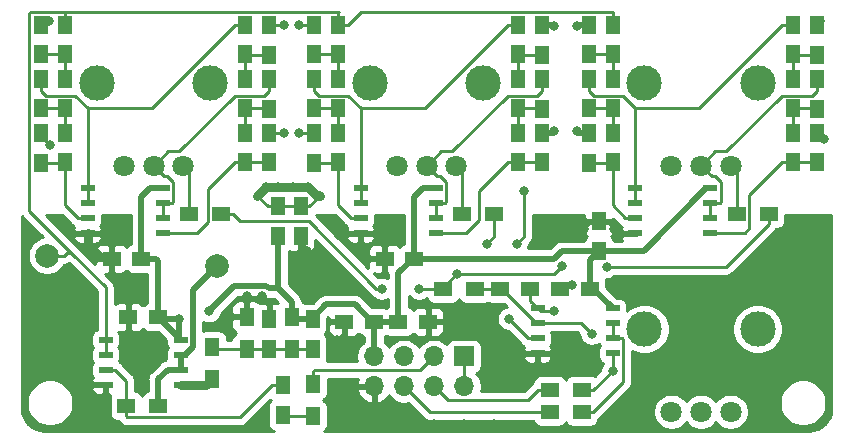
<source format=gbr>
G04 #@! TF.GenerationSoftware,KiCad,Pcbnew,5.1.5-52549c5~86~ubuntu18.04.1*
G04 #@! TF.CreationDate,2020-05-17T18:15:10-04:00*
G04 #@! TF.ProjectId,RX EQ Shield,52582045-5120-4536-9869-656c642e6b69,rev?*
G04 #@! TF.SameCoordinates,Original*
G04 #@! TF.FileFunction,Copper,L1,Top*
G04 #@! TF.FilePolarity,Positive*
%FSLAX46Y46*%
G04 Gerber Fmt 4.6, Leading zero omitted, Abs format (unit mm)*
G04 Created by KiCad (PCBNEW 5.1.5-52549c5~86~ubuntu18.04.1) date 2020-05-17 18:15:10*
%MOMM*%
%LPD*%
G04 APERTURE LIST*
%ADD10C,2.000000*%
%ADD11R,1.143000X0.508000*%
%ADD12C,1.800000*%
%ADD13C,3.000000*%
%ADD14R,1.500000X1.300000*%
%ADD15R,1.300000X1.500000*%
%ADD16R,1.250000X1.500000*%
%ADD17R,1.700000X1.700000*%
%ADD18O,1.700000X1.700000*%
%ADD19R,1.500000X1.250000*%
%ADD20C,0.800000*%
%ADD21C,0.250000*%
%ADD22C,0.762000*%
%ADD23C,0.508000*%
%ADD24C,0.254000*%
G04 APERTURE END LIST*
D10*
X118745000Y-142875000D03*
X104394000Y-141986000D03*
D11*
X152273000Y-146431000D03*
X152273000Y-147701000D03*
X152273000Y-148971000D03*
X152273000Y-150241000D03*
X145923000Y-150241000D03*
X145923000Y-148971000D03*
X145923000Y-147701000D03*
X145923000Y-146431000D03*
X160528000Y-136271000D03*
X160528000Y-137541000D03*
X160528000Y-138811000D03*
X160528000Y-140081000D03*
X154178000Y-140081000D03*
X154178000Y-138811000D03*
X154178000Y-137541000D03*
X154178000Y-136271000D03*
X137287000Y-136271000D03*
X137287000Y-137541000D03*
X137287000Y-138811000D03*
X137287000Y-140081000D03*
X130937000Y-140081000D03*
X130937000Y-138811000D03*
X130937000Y-137541000D03*
X130937000Y-136271000D03*
X115697000Y-149098000D03*
X115697000Y-150368000D03*
X115697000Y-151638000D03*
X115697000Y-152908000D03*
X109347000Y-152908000D03*
X109347000Y-151638000D03*
X109347000Y-150368000D03*
X109347000Y-149098000D03*
X114173000Y-136271000D03*
X114173000Y-137541000D03*
X114173000Y-138811000D03*
X114173000Y-140081000D03*
X107823000Y-140081000D03*
X107823000Y-138811000D03*
X107823000Y-137541000D03*
X107823000Y-136271000D03*
D12*
X157266000Y-155194000D03*
X159766000Y-155194000D03*
X162266000Y-155194000D03*
D13*
X154966000Y-148194000D03*
X164566000Y-148194000D03*
D12*
X157266000Y-134366000D03*
X159766000Y-134366000D03*
X162266000Y-134366000D03*
D13*
X154966000Y-127366000D03*
X164566000Y-127366000D03*
D12*
X134025000Y-134366000D03*
X136525000Y-134366000D03*
X139025000Y-134366000D03*
D13*
X131725000Y-127366000D03*
X141325000Y-127366000D03*
D12*
X110911000Y-134366000D03*
X113411000Y-134366000D03*
X115911000Y-134366000D03*
D13*
X108611000Y-127366000D03*
X118211000Y-127366000D03*
D14*
X140622000Y-144780000D03*
X137922000Y-144780000D03*
X165481000Y-138430000D03*
X162781000Y-138430000D03*
X142240000Y-138430000D03*
X139540000Y-138430000D03*
D15*
X121285000Y-149860000D03*
X121285000Y-147160000D03*
X125095000Y-147160000D03*
X125095000Y-149860000D03*
D14*
X111092000Y-154686000D03*
X113792000Y-154686000D03*
X119126000Y-138430000D03*
X116426000Y-138430000D03*
X146954000Y-155194000D03*
X149654000Y-155194000D03*
X146954000Y-153346000D03*
X149654000Y-153346000D03*
D16*
X167513000Y-134072000D03*
X167513000Y-131572000D03*
X167513000Y-129500000D03*
X167513000Y-127000000D03*
X167513000Y-124928000D03*
X167513000Y-122428000D03*
X152273000Y-134072000D03*
X152273000Y-131572000D03*
X152273000Y-129500000D03*
X152273000Y-127000000D03*
X152273000Y-124928000D03*
X152273000Y-122428000D03*
X144272000Y-134072000D03*
X144272000Y-131572000D03*
X144272000Y-129500000D03*
X144272000Y-127000000D03*
X144272000Y-124928000D03*
X144272000Y-122428000D03*
X129032000Y-134072000D03*
X129032000Y-131572000D03*
X129032000Y-129500000D03*
X129032000Y-127000000D03*
X129032000Y-124928000D03*
X129032000Y-122428000D03*
X121158000Y-134072000D03*
X121158000Y-131572000D03*
X121158000Y-129500000D03*
X121158000Y-127000000D03*
X121158000Y-124928000D03*
X121158000Y-122428000D03*
X105918000Y-134072000D03*
X105918000Y-131572000D03*
X105918000Y-129500000D03*
X105918000Y-127000000D03*
X105918000Y-124928000D03*
X105918000Y-122428000D03*
D17*
X139700000Y-150495000D03*
D18*
X139700000Y-153035000D03*
X137160000Y-150495000D03*
X137160000Y-153035000D03*
X134620000Y-150495000D03*
X134620000Y-153035000D03*
X132080000Y-150495000D03*
X132080000Y-153035000D03*
D15*
X118364000Y-152400000D03*
X118364000Y-149700000D03*
X126873000Y-155528000D03*
X126873000Y-152828000D03*
D19*
X145288000Y-144780000D03*
X142788000Y-144780000D03*
X150368000Y-144780000D03*
X147868000Y-144780000D03*
D16*
X151130000Y-141585000D03*
X151130000Y-139085000D03*
D19*
X135469000Y-142240000D03*
X132969000Y-142240000D03*
X113772000Y-147193000D03*
X111272000Y-147193000D03*
D16*
X125857000Y-137815000D03*
X125857000Y-140315000D03*
X123190000Y-149860000D03*
X123190000Y-147360000D03*
X123952000Y-140315000D03*
X123952000Y-137815000D03*
X126873000Y-147360000D03*
X126873000Y-149860000D03*
X124333000Y-152948000D03*
X124333000Y-155448000D03*
D19*
X112355000Y-142240000D03*
X109855000Y-142240000D03*
X132040000Y-147574000D03*
X129540000Y-147574000D03*
X134152000Y-147574000D03*
X136652000Y-147574000D03*
D16*
X169545000Y-134072000D03*
X169545000Y-131572000D03*
X169545000Y-124968000D03*
X169545000Y-122468000D03*
X169545000Y-127040000D03*
X169545000Y-129540000D03*
X150241000Y-134112000D03*
X150241000Y-131612000D03*
X150241000Y-124928000D03*
X150241000Y-122428000D03*
X150241000Y-127000000D03*
X150241000Y-129500000D03*
X146304000Y-134072000D03*
X146304000Y-131572000D03*
X146304000Y-124968000D03*
X146304000Y-122468000D03*
X146304000Y-127040000D03*
X146304000Y-129540000D03*
X127000000Y-134112000D03*
X127000000Y-131612000D03*
X127000000Y-124928000D03*
X127000000Y-122428000D03*
X127000000Y-127000000D03*
X127000000Y-129500000D03*
X123190000Y-134072000D03*
X123190000Y-131572000D03*
X123190000Y-124968000D03*
X123190000Y-122468000D03*
X123190000Y-127040000D03*
X123190000Y-129540000D03*
X103886000Y-134112000D03*
X103886000Y-131612000D03*
X103886000Y-124928000D03*
X103886000Y-122428000D03*
X103886000Y-127000000D03*
X103886000Y-129500000D03*
D20*
X124460000Y-131572000D03*
X125730000Y-131572000D03*
X127508000Y-136906000D03*
X122936000Y-136144000D03*
X123952000Y-136144000D03*
X125222000Y-136144000D03*
X126492000Y-136144000D03*
X104593930Y-122132079D03*
X169799000Y-122078009D03*
X170180000Y-132080000D03*
X149225000Y-122555000D03*
X147320000Y-122555000D03*
X147320000Y-131445000D03*
X149225000Y-131445000D03*
X144780000Y-136525000D03*
X143510000Y-147320000D03*
X144145000Y-140970000D03*
X124460000Y-122428000D03*
X125730000Y-122428000D03*
X104648000Y-132588000D03*
X118110000Y-146685000D03*
X115570000Y-147320000D03*
X161290000Y-148590000D03*
X168910000Y-140970000D03*
X168910000Y-143510000D03*
X168910000Y-146050000D03*
X168910000Y-148590000D03*
X168910000Y-151130000D03*
X104140000Y-151130000D03*
X104140000Y-148590000D03*
X104140000Y-146050000D03*
X132080000Y-156210000D03*
X134620000Y-156210000D03*
X137160000Y-156210000D03*
X139700000Y-156210000D03*
X142240000Y-156210000D03*
X107950000Y-140970000D03*
X147320000Y-150495000D03*
X148849213Y-144475833D03*
X149860000Y-139700000D03*
X152400000Y-139700000D03*
X122555000Y-145415000D03*
X121285000Y-145415000D03*
X126365000Y-141605000D03*
X128905000Y-149088000D03*
X131445000Y-142240000D03*
X111760000Y-144780000D03*
X111760000Y-149860000D03*
X114300000Y-149860000D03*
X110490000Y-139700000D03*
X125730000Y-143510000D03*
X128270000Y-143510000D03*
X139700000Y-147320000D03*
X142240000Y-147320000D03*
X142240000Y-149860000D03*
X142240000Y-152400000D03*
X144780000Y-152400000D03*
X148590000Y-149860000D03*
X165100000Y-143510000D03*
X165100000Y-153670000D03*
X165100000Y-151130000D03*
X161290000Y-146050000D03*
X161290000Y-151130000D03*
X106680000Y-146050000D03*
X106680000Y-151130000D03*
X106680000Y-148590000D03*
X133350000Y-139700000D03*
X129540000Y-139700000D03*
X147320000Y-139700000D03*
X152273000Y-151731000D03*
X147320000Y-146685000D03*
X150495000Y-148590000D03*
X132715000Y-144780000D03*
X135890000Y-144780000D03*
X139065000Y-143510000D03*
X141605000Y-140970000D03*
X151766109Y-142934899D03*
X147955000Y-142875000D03*
D21*
X107823000Y-137541000D02*
X107823000Y-136271000D01*
X106803001Y-128424999D02*
X107823000Y-129444998D01*
X107823000Y-129444998D02*
X107823000Y-136271000D01*
X104310999Y-128424999D02*
X106803001Y-128424999D01*
X103886000Y-128000000D02*
X104310999Y-128424999D01*
X103886000Y-127000000D02*
X103886000Y-128000000D01*
X120283000Y-122428000D02*
X121158000Y-122428000D01*
X113266002Y-129444998D02*
X120283000Y-122428000D01*
X107823000Y-129444998D02*
X113266002Y-129444998D01*
X103886000Y-129500000D02*
X105918000Y-129500000D01*
X105918000Y-129500000D02*
X105918000Y-131572000D01*
X103886000Y-124928000D02*
X105918000Y-124928000D01*
X105918000Y-127000000D02*
X105918000Y-124928000D01*
X123190000Y-131572000D02*
X124460000Y-131572000D01*
X127000000Y-131612000D02*
X125770000Y-131612000D01*
X125770000Y-131612000D02*
X125730000Y-131572000D01*
X125857000Y-137815000D02*
X123952000Y-137815000D01*
X125857000Y-137815000D02*
X126599000Y-137815000D01*
X126599000Y-137815000D02*
X127508000Y-136906000D01*
X123952000Y-137815000D02*
X123083000Y-137815000D01*
X123083000Y-137815000D02*
X122174000Y-136906000D01*
D22*
X122174000Y-136906000D02*
X122936000Y-136144000D01*
X122936000Y-136144000D02*
X123952000Y-136144000D01*
X123952000Y-136144000D02*
X125222000Y-136144000D01*
X125222000Y-136144000D02*
X126492000Y-136144000D01*
X127254000Y-136906000D02*
X126492000Y-136144000D01*
X127508000Y-136906000D02*
X127254000Y-136906000D01*
D21*
X104028245Y-122132079D02*
X104593930Y-122132079D01*
X103886000Y-122274324D02*
X104028245Y-122132079D01*
X103886000Y-122428000D02*
X103886000Y-122274324D01*
X103886000Y-131612000D02*
X104013010Y-131484990D01*
X104013010Y-131484990D02*
X104013010Y-131250005D01*
X126828606Y-122256606D02*
X126828606Y-122078009D01*
X127000000Y-122428000D02*
X126828606Y-122256606D01*
X169799000Y-122450695D02*
X169799000Y-122078009D01*
X169545000Y-122468000D02*
X169781695Y-122468000D01*
X169781695Y-122468000D02*
X169799000Y-122450695D01*
X169545000Y-131572000D02*
X169672000Y-131572000D01*
X169672000Y-131572000D02*
X170180000Y-132080000D01*
D23*
X114617500Y-151638000D02*
X115697000Y-151638000D01*
X113792000Y-152463500D02*
X114617500Y-151638000D01*
X113792000Y-154686000D02*
X113792000Y-152463500D01*
X115697000Y-151638000D02*
X115697000Y-150368000D01*
X117745001Y-143874999D02*
X118745000Y-142875000D01*
X116069702Y-150368000D02*
X116722501Y-149715201D01*
X116722501Y-144897499D02*
X117745001Y-143874999D01*
X116722501Y-149715201D02*
X116722501Y-144897499D01*
X115697000Y-150368000D02*
X116069702Y-150368000D01*
X150241000Y-122428000D02*
X149352000Y-122428000D01*
X149352000Y-122428000D02*
X149225000Y-122555000D01*
X146304000Y-122468000D02*
X147233000Y-122468000D01*
X147233000Y-122468000D02*
X147320000Y-122555000D01*
X146304000Y-131572000D02*
X147193000Y-131572000D01*
X147193000Y-131572000D02*
X147320000Y-131445000D01*
X150241000Y-131612000D02*
X149392000Y-131612000D01*
X149392000Y-131612000D02*
X149225000Y-131445000D01*
D24*
X145097500Y-148971000D02*
X143510000Y-147383500D01*
X144145000Y-140970000D02*
X144780000Y-140335000D01*
X145923000Y-148971000D02*
X145097500Y-148971000D01*
X143510000Y-147383500D02*
X143510000Y-147320000D01*
X144780000Y-140335000D02*
X144780000Y-136525000D01*
D21*
X123190000Y-122468000D02*
X124420000Y-122468000D01*
X124420000Y-122468000D02*
X124460000Y-122428000D01*
X127000000Y-122428000D02*
X125730000Y-122428000D01*
D24*
X103886000Y-131612000D02*
X103886000Y-131826000D01*
X103886000Y-131826000D02*
X104648000Y-132588000D01*
D21*
X105878000Y-134112000D02*
X105918000Y-134072000D01*
X103886000Y-134112000D02*
X105878000Y-134112000D01*
X107001500Y-138811000D02*
X107823000Y-138811000D01*
X105918000Y-137727500D02*
X107001500Y-138811000D01*
X105918000Y-134072000D02*
X105918000Y-137727500D01*
X114173000Y-138811000D02*
X114173000Y-137541000D01*
X120272999Y-128424999D02*
X122805001Y-128424999D01*
X123190000Y-128040000D02*
X123190000Y-127040000D01*
X122805001Y-128424999D02*
X123190000Y-128040000D01*
X115556999Y-133140999D02*
X120272999Y-128424999D01*
X114636001Y-133140999D02*
X115556999Y-133140999D01*
X113411000Y-134366000D02*
X114636001Y-133140999D01*
X114310999Y-135265999D02*
X113411000Y-134366000D01*
X115069501Y-137465999D02*
X115069501Y-135756999D01*
X114578501Y-135265999D02*
X114310999Y-135265999D01*
X115069501Y-135756999D02*
X114578501Y-135265999D01*
X114994500Y-137541000D02*
X115069501Y-137465999D01*
X114173000Y-137541000D02*
X114994500Y-137541000D01*
X123150000Y-129500000D02*
X123190000Y-129540000D01*
X121158000Y-129500000D02*
X123150000Y-129500000D01*
X121158000Y-129500000D02*
X121158000Y-131572000D01*
X121198000Y-124968000D02*
X121158000Y-124928000D01*
X123190000Y-124968000D02*
X121198000Y-124968000D01*
X121158000Y-124928000D02*
X121158000Y-127000000D01*
X121158000Y-134072000D02*
X123190000Y-134072000D01*
X114173000Y-140081000D02*
X117094000Y-140081000D01*
X120283000Y-134072000D02*
X121158000Y-134072000D01*
X118050999Y-136304001D02*
X120283000Y-134072000D01*
X118050999Y-139124001D02*
X118050999Y-136304001D01*
X117094000Y-140081000D02*
X118050999Y-139124001D01*
X130937000Y-137541000D02*
X130937000Y-136271000D01*
X129917001Y-128424999D02*
X130937000Y-129444998D01*
X130937000Y-129444998D02*
X130937000Y-136271000D01*
X127424999Y-128424999D02*
X129917001Y-128424999D01*
X127000000Y-128000000D02*
X127424999Y-128424999D01*
X127000000Y-127000000D02*
X127000000Y-128000000D01*
X143397000Y-122428000D02*
X144272000Y-122428000D01*
X136380002Y-129444998D02*
X143397000Y-122428000D01*
X130937000Y-129444998D02*
X136380002Y-129444998D01*
X127000000Y-129500000D02*
X129032000Y-129500000D01*
X129032000Y-129500000D02*
X129032000Y-131572000D01*
X127000000Y-124928000D02*
X129032000Y-124928000D01*
X129032000Y-127000000D02*
X129032000Y-124928000D01*
X128992000Y-134112000D02*
X129032000Y-134072000D01*
X127000000Y-134112000D02*
X128992000Y-134112000D01*
X130115500Y-138811000D02*
X130937000Y-138811000D01*
X129032000Y-137727500D02*
X130115500Y-138811000D01*
X129032000Y-134072000D02*
X129032000Y-137727500D01*
X137287000Y-138811000D02*
X137287000Y-137541000D01*
X143386999Y-128424999D02*
X145919001Y-128424999D01*
X146304000Y-128040000D02*
X146304000Y-127040000D01*
X145919001Y-128424999D02*
X146304000Y-128040000D01*
X138670999Y-133140999D02*
X143386999Y-128424999D01*
X137750001Y-133140999D02*
X138670999Y-133140999D01*
X136525000Y-134366000D02*
X137750001Y-133140999D01*
X137424999Y-135265999D02*
X136525000Y-134366000D01*
X138183501Y-137465999D02*
X138183501Y-135756999D01*
X137692501Y-135265999D02*
X137424999Y-135265999D01*
X138183501Y-135756999D02*
X137692501Y-135265999D01*
X138108500Y-137541000D02*
X138183501Y-137465999D01*
X137287000Y-137541000D02*
X138108500Y-137541000D01*
X146264000Y-129500000D02*
X146304000Y-129540000D01*
X144272000Y-129500000D02*
X146264000Y-129500000D01*
X144272000Y-129500000D02*
X144272000Y-131572000D01*
X144312000Y-124968000D02*
X144272000Y-124928000D01*
X146304000Y-124968000D02*
X144312000Y-124968000D01*
X144272000Y-124928000D02*
X144272000Y-127000000D01*
X144272000Y-134072000D02*
X146304000Y-134072000D01*
X139874002Y-140081000D02*
X140970000Y-138985002D01*
X137287000Y-140081000D02*
X139874002Y-140081000D01*
X140970000Y-136499000D02*
X143397000Y-134072000D01*
X143397000Y-134072000D02*
X144272000Y-134072000D01*
X140970000Y-138985002D02*
X140970000Y-136499000D01*
X154178000Y-137541000D02*
X154178000Y-136271000D01*
X153158001Y-128424999D02*
X154178000Y-129444998D01*
X154178000Y-129444998D02*
X154178000Y-136271000D01*
X150665999Y-128424999D02*
X153158001Y-128424999D01*
X150241000Y-128000000D02*
X150665999Y-128424999D01*
X150241000Y-127000000D02*
X150241000Y-128000000D01*
X166638000Y-122428000D02*
X167513000Y-122428000D01*
X159621002Y-129444998D02*
X166638000Y-122428000D01*
X154178000Y-129444998D02*
X159621002Y-129444998D01*
X150241000Y-129500000D02*
X152273000Y-129500000D01*
X152273000Y-129500000D02*
X152273000Y-131572000D01*
X150241000Y-124928000D02*
X152273000Y-124928000D01*
X152273000Y-127000000D02*
X152273000Y-124928000D01*
X152233000Y-134112000D02*
X152273000Y-134072000D01*
X150241000Y-134112000D02*
X152233000Y-134112000D01*
X153356500Y-138811000D02*
X154178000Y-138811000D01*
X152273000Y-137727500D02*
X153356500Y-138811000D01*
X152273000Y-134072000D02*
X152273000Y-137727500D01*
X160528000Y-138811000D02*
X160528000Y-137541000D01*
X166627999Y-128424999D02*
X169160001Y-128424999D01*
X169545000Y-128040000D02*
X169545000Y-127040000D01*
X169160001Y-128424999D02*
X169545000Y-128040000D01*
X161911999Y-133140999D02*
X166627999Y-128424999D01*
X160991001Y-133140999D02*
X161911999Y-133140999D01*
X159766000Y-134366000D02*
X160991001Y-133140999D01*
X160528000Y-137541000D02*
X161349500Y-137541000D01*
X160665999Y-135265999D02*
X159766000Y-134366000D01*
X161424501Y-135756999D02*
X160933501Y-135265999D01*
X161424501Y-137465999D02*
X161424501Y-135756999D01*
X161349500Y-137541000D02*
X161424501Y-137465999D01*
X160933501Y-135265999D02*
X160665999Y-135265999D01*
X169505000Y-129500000D02*
X169545000Y-129540000D01*
X167513000Y-129500000D02*
X169505000Y-129500000D01*
X167513000Y-129500000D02*
X167513000Y-131572000D01*
X167553000Y-124968000D02*
X167513000Y-124928000D01*
X169545000Y-124968000D02*
X167553000Y-124968000D01*
X167513000Y-124928000D02*
X167513000Y-127000000D01*
X167513000Y-134072000D02*
X169545000Y-134072000D01*
X160528000Y-140081000D02*
X163449000Y-140081000D01*
X163856001Y-139673999D02*
X163856001Y-136853999D01*
X166638000Y-134072000D02*
X167513000Y-134072000D01*
X163856001Y-136853999D02*
X166638000Y-134072000D01*
X163449000Y-140081000D02*
X163856001Y-139673999D01*
D23*
X132080000Y-147614000D02*
X132040000Y-147574000D01*
X132080000Y-150495000D02*
X132080000Y-147614000D01*
X132040000Y-147574000D02*
X134152000Y-147574000D01*
X126873000Y-147235000D02*
X126873000Y-147360000D01*
X128006000Y-146102000D02*
X126873000Y-147235000D01*
X131915000Y-147574000D02*
X130443000Y-146102000D01*
X130443000Y-146102000D02*
X128006000Y-146102000D01*
X132040000Y-147574000D02*
X131915000Y-147574000D01*
X125295000Y-147360000D02*
X125095000Y-147160000D01*
X126873000Y-147360000D02*
X125295000Y-147360000D01*
X136207500Y-136271000D02*
X137287000Y-136271000D01*
X113093500Y-136271000D02*
X114173000Y-136271000D01*
X112355000Y-137009500D02*
X113093500Y-136271000D01*
X112355000Y-142240000D02*
X112355000Y-137009500D01*
X135469000Y-137009500D02*
X136207500Y-136271000D01*
X135469000Y-142240000D02*
X135469000Y-137009500D01*
X135344000Y-142240000D02*
X135469000Y-142240000D01*
X134152000Y-143432000D02*
X135344000Y-142240000D01*
X134152000Y-147574000D02*
X134152000Y-143432000D01*
X160210500Y-136271000D02*
X160528000Y-136271000D01*
X154896500Y-141585000D02*
X160210500Y-136271000D01*
X151130000Y-141585000D02*
X154896500Y-141585000D01*
X150368000Y-142347000D02*
X151130000Y-141585000D01*
X150368000Y-144780000D02*
X150368000Y-142347000D01*
X147326078Y-142240000D02*
X147981078Y-141585000D01*
X147981078Y-141585000D02*
X149997000Y-141585000D01*
X149997000Y-141585000D02*
X151130000Y-141585000D01*
X135469000Y-142240000D02*
X147326078Y-142240000D01*
X123952000Y-141573000D02*
X123952000Y-140315000D01*
X123952000Y-144759000D02*
X123952000Y-141573000D01*
X125095000Y-145902000D02*
X123952000Y-144759000D01*
X125095000Y-147160000D02*
X125095000Y-145902000D01*
X113772000Y-142399000D02*
X113772000Y-146060000D01*
X113613000Y-142240000D02*
X113772000Y-142399000D01*
X113772000Y-146060000D02*
X113772000Y-147193000D01*
X112355000Y-142240000D02*
X113613000Y-142240000D01*
X113792000Y-147193000D02*
X115697000Y-149098000D01*
X113772000Y-147193000D02*
X113792000Y-147193000D01*
X120234001Y-144560999D02*
X118110000Y-146685000D01*
X122964921Y-144560999D02*
X120234001Y-144560999D01*
X123952000Y-144759000D02*
X123162922Y-144759000D01*
X123162922Y-144759000D02*
X122964921Y-144560999D01*
X115570000Y-148971000D02*
X115697000Y-149098000D01*
X115570000Y-147320000D02*
X115570000Y-148971000D01*
X113899000Y-147320000D02*
X113772000Y-147193000D01*
X115570000Y-147320000D02*
X113899000Y-147320000D01*
X150622000Y-144780000D02*
X152273000Y-146431000D01*
X150368000Y-144780000D02*
X150622000Y-144780000D01*
D21*
X130937000Y-140081000D02*
X131064000Y-140208000D01*
D22*
X107823000Y-140081000D02*
X107823000Y-140843000D01*
X107823000Y-140843000D02*
X107950000Y-140970000D01*
D24*
X145923000Y-150241000D02*
X147066000Y-150241000D01*
X147066000Y-150241000D02*
X147320000Y-150495000D01*
D23*
X109220000Y-142240000D02*
X107950000Y-140970000D01*
X109855000Y-142240000D02*
X109220000Y-142240000D01*
D24*
X147868000Y-144780000D02*
X148172167Y-144475833D01*
X148283528Y-144475833D02*
X148849213Y-144475833D01*
X148172167Y-144475833D02*
X148283528Y-144475833D01*
D21*
X151130000Y-139085000D02*
X150475000Y-139085000D01*
X150475000Y-139085000D02*
X149860000Y-139700000D01*
X154178000Y-140081000D02*
X152781000Y-140081000D01*
X152781000Y-140081000D02*
X152400000Y-139700000D01*
X151785000Y-139085000D02*
X152400000Y-139700000D01*
X151130000Y-139085000D02*
X151785000Y-139085000D01*
D23*
X125857000Y-140315000D02*
X125857000Y-141097000D01*
X125857000Y-141097000D02*
X126365000Y-141605000D01*
D24*
X123190000Y-146050000D02*
X122555000Y-145415000D01*
X123190000Y-147360000D02*
X123190000Y-146050000D01*
X129540000Y-148453000D02*
X128905000Y-149088000D01*
X129540000Y-147574000D02*
X129540000Y-148453000D01*
X132969000Y-142240000D02*
X131445000Y-142240000D01*
X130937000Y-140081000D02*
X130937000Y-140843000D01*
X130937000Y-140843000D02*
X130810000Y-140970000D01*
X123454000Y-152948000D02*
X120738999Y-155663001D01*
X111092000Y-155590000D02*
X111092000Y-154686000D01*
X111165001Y-155663001D02*
X111092000Y-155590000D01*
X120738999Y-155663001D02*
X111165001Y-155663001D01*
X124333000Y-152948000D02*
X123454000Y-152948000D01*
X110172500Y-151638000D02*
X109347000Y-151638000D01*
X111092000Y-152557500D02*
X110172500Y-151638000D01*
X111092000Y-154686000D02*
X111092000Y-152557500D01*
X124413000Y-155528000D02*
X124333000Y-155448000D01*
X126873000Y-155528000D02*
X124413000Y-155528000D01*
X126873000Y-149860000D02*
X125095000Y-149860000D01*
X125095000Y-149860000D02*
X123190000Y-149860000D01*
X123190000Y-149860000D02*
X121285000Y-149860000D01*
X118524000Y-149860000D02*
X118364000Y-149700000D01*
X121285000Y-149860000D02*
X118524000Y-149860000D01*
X152273000Y-151731000D02*
X152273000Y-150241000D01*
X150658000Y-153346000D02*
X152273000Y-151731000D01*
X149654000Y-153346000D02*
X150658000Y-153346000D01*
X145288000Y-145796000D02*
X145923000Y-146431000D01*
X145288000Y-144780000D02*
X145288000Y-145796000D01*
X146177000Y-146685000D02*
X145923000Y-146431000D01*
X147320000Y-146685000D02*
X146177000Y-146685000D01*
X140622000Y-144780000D02*
X142788000Y-144780000D01*
D21*
X145923000Y-147701000D02*
X149606000Y-147701000D01*
X149606000Y-147701000D02*
X150495000Y-148590000D01*
D24*
X142913000Y-144780000D02*
X145834000Y-147701000D01*
X145834000Y-147701000D02*
X145923000Y-147701000D01*
X142788000Y-144780000D02*
X142913000Y-144780000D01*
X126873000Y-151824000D02*
X126873000Y-152828000D01*
X127024999Y-151672001D02*
X126873000Y-151824000D01*
X135982999Y-151672001D02*
X127024999Y-151672001D01*
X137160000Y-150495000D02*
X135982999Y-151672001D01*
D22*
X117856000Y-152908000D02*
X115697000Y-152908000D01*
X118364000Y-152400000D02*
X117856000Y-152908000D01*
D24*
X139700000Y-153035000D02*
X139700000Y-150495000D01*
X138337001Y-154212001D02*
X137160000Y-153035000D01*
X145083999Y-154212001D02*
X138337001Y-154212001D01*
X145950000Y-153346000D02*
X145083999Y-154212001D01*
X146954000Y-153346000D02*
X145950000Y-153346000D01*
X136779000Y-155194000D02*
X134620000Y-153035000D01*
X146954000Y-155194000D02*
X136779000Y-155194000D01*
X109347000Y-150368000D02*
X109347000Y-149098000D01*
X109347000Y-149098000D02*
X109347000Y-144653000D01*
X105844999Y-121350999D02*
X105918000Y-121424000D01*
X102999399Y-121350999D02*
X105844999Y-121350999D01*
X102886001Y-138192001D02*
X102886001Y-121464397D01*
X106426000Y-141732000D02*
X102886001Y-138192001D01*
X102886001Y-121464397D02*
X102999399Y-121350999D01*
X106062213Y-141732000D02*
X106426000Y-141732000D01*
X104394000Y-141986000D02*
X105808213Y-141986000D01*
X109347000Y-144653000D02*
X106426000Y-141732000D01*
X105808213Y-141986000D02*
X106062213Y-141732000D01*
X128958999Y-121350999D02*
X129032000Y-121424000D01*
X105991001Y-121350999D02*
X128958999Y-121350999D01*
X105918000Y-121424000D02*
X105991001Y-121350999D01*
X105918000Y-122428000D02*
X105918000Y-121424000D01*
X129032000Y-121424000D02*
X129032000Y-122428000D01*
X152273000Y-121424000D02*
X152273000Y-122428000D01*
X129911000Y-122428000D02*
X130988001Y-121350999D01*
X152199999Y-121350999D02*
X152273000Y-121424000D01*
X130988001Y-121350999D02*
X152199999Y-121350999D01*
X129032000Y-122428000D02*
X129911000Y-122428000D01*
X152273000Y-121424000D02*
X152346001Y-121350999D01*
X129032000Y-121424000D02*
X129105001Y-121350999D01*
X153098500Y-148971000D02*
X152273000Y-148971000D01*
X153171501Y-149044001D02*
X153098500Y-148971000D01*
X153171501Y-152680499D02*
X153171501Y-149044001D01*
X150658000Y-155194000D02*
X153171501Y-152680499D01*
X149654000Y-155194000D02*
X150658000Y-155194000D01*
X152273000Y-148971000D02*
X152273000Y-147701000D01*
D21*
X120126000Y-138430000D02*
X120761000Y-139065000D01*
X119126000Y-138430000D02*
X120126000Y-138430000D01*
X126567002Y-139065000D02*
X132282002Y-144780000D01*
X120761000Y-139065000D02*
X126567002Y-139065000D01*
X132282002Y-144780000D02*
X132715000Y-144780000D01*
X135890000Y-144780000D02*
X137922000Y-144780000D01*
X137922000Y-144780000D02*
X137922000Y-144653000D01*
X137922000Y-144653000D02*
X139065000Y-143510000D01*
X142240000Y-140335000D02*
X142240000Y-138430000D01*
X141605000Y-140970000D02*
X142240000Y-140335000D01*
X161876101Y-142934899D02*
X151766109Y-142934899D01*
X165481000Y-138430000D02*
X165481000Y-139330000D01*
X165481000Y-139330000D02*
X161876101Y-142934899D01*
X147320000Y-143510000D02*
X139065000Y-143510000D01*
X147955000Y-142875000D02*
X147320000Y-143510000D01*
X116426000Y-134881000D02*
X115911000Y-134366000D01*
X116426000Y-138430000D02*
X116426000Y-134881000D01*
X139540000Y-134881000D02*
X139025000Y-134366000D01*
X139540000Y-138430000D02*
X139540000Y-134881000D01*
X162781000Y-134881000D02*
X162266000Y-134366000D01*
X162781000Y-138430000D02*
X162781000Y-134881000D01*
D24*
G36*
X170790001Y-154907711D02*
G01*
X170751091Y-155304545D01*
X170645220Y-155655206D01*
X170473257Y-155978623D01*
X170241748Y-156262482D01*
X169959514Y-156495965D01*
X169637304Y-156670184D01*
X169287385Y-156778502D01*
X168892557Y-156820000D01*
X127856049Y-156820000D01*
X127877494Y-156808537D01*
X127974185Y-156729185D01*
X128053537Y-156632494D01*
X128112502Y-156522180D01*
X128148812Y-156402482D01*
X128161072Y-156278000D01*
X128161072Y-154778000D01*
X128148812Y-154653518D01*
X128112502Y-154533820D01*
X128053537Y-154423506D01*
X127974185Y-154326815D01*
X127877494Y-154247463D01*
X127767180Y-154188498D01*
X127732573Y-154178000D01*
X127767180Y-154167502D01*
X127877494Y-154108537D01*
X127974185Y-154029185D01*
X128053537Y-153932494D01*
X128112502Y-153822180D01*
X128148812Y-153702482D01*
X128161072Y-153578000D01*
X128161072Y-153391891D01*
X130638519Y-153391891D01*
X130735843Y-153666252D01*
X130884822Y-153916355D01*
X131079731Y-154132588D01*
X131313080Y-154306641D01*
X131575901Y-154431825D01*
X131723110Y-154476476D01*
X131953000Y-154355155D01*
X131953000Y-153162000D01*
X130759186Y-153162000D01*
X130638519Y-153391891D01*
X128161072Y-153391891D01*
X128161072Y-152434001D01*
X130725111Y-152434001D01*
X130638519Y-152678109D01*
X130759186Y-152908000D01*
X131953000Y-152908000D01*
X131953000Y-152888000D01*
X132207000Y-152888000D01*
X132207000Y-152908000D01*
X132227000Y-152908000D01*
X132227000Y-153162000D01*
X132207000Y-153162000D01*
X132207000Y-154355155D01*
X132436890Y-154476476D01*
X132584099Y-154431825D01*
X132846920Y-154306641D01*
X133080269Y-154132588D01*
X133275178Y-153916355D01*
X133344805Y-153799466D01*
X133466525Y-153981632D01*
X133673368Y-154188475D01*
X133916589Y-154350990D01*
X134186842Y-154462932D01*
X134473740Y-154520000D01*
X134766260Y-154520000D01*
X134984048Y-154476679D01*
X136213721Y-155706352D01*
X136237578Y-155735422D01*
X136353608Y-155830645D01*
X136485985Y-155901402D01*
X136629622Y-155944974D01*
X136741574Y-155956000D01*
X136741576Y-155956000D01*
X136778999Y-155959686D01*
X136816422Y-155956000D01*
X145576959Y-155956000D01*
X145578188Y-155968482D01*
X145614498Y-156088180D01*
X145673463Y-156198494D01*
X145752815Y-156295185D01*
X145849506Y-156374537D01*
X145959820Y-156433502D01*
X146079518Y-156469812D01*
X146204000Y-156482072D01*
X147704000Y-156482072D01*
X147828482Y-156469812D01*
X147948180Y-156433502D01*
X148058494Y-156374537D01*
X148155185Y-156295185D01*
X148234537Y-156198494D01*
X148293502Y-156088180D01*
X148304000Y-156053573D01*
X148314498Y-156088180D01*
X148373463Y-156198494D01*
X148452815Y-156295185D01*
X148549506Y-156374537D01*
X148659820Y-156433502D01*
X148779518Y-156469812D01*
X148904000Y-156482072D01*
X150404000Y-156482072D01*
X150528482Y-156469812D01*
X150648180Y-156433502D01*
X150758494Y-156374537D01*
X150855185Y-156295185D01*
X150934537Y-156198494D01*
X150993502Y-156088180D01*
X151029812Y-155968482D01*
X151041164Y-155853216D01*
X151083392Y-155830645D01*
X151199422Y-155735422D01*
X151223284Y-155706346D01*
X151886814Y-155042816D01*
X155731000Y-155042816D01*
X155731000Y-155345184D01*
X155789989Y-155641743D01*
X155905701Y-155921095D01*
X156073688Y-156172505D01*
X156287495Y-156386312D01*
X156538905Y-156554299D01*
X156818257Y-156670011D01*
X157114816Y-156729000D01*
X157417184Y-156729000D01*
X157713743Y-156670011D01*
X157993095Y-156554299D01*
X158244505Y-156386312D01*
X158458312Y-156172505D01*
X158516000Y-156086169D01*
X158573688Y-156172505D01*
X158787495Y-156386312D01*
X159038905Y-156554299D01*
X159318257Y-156670011D01*
X159614816Y-156729000D01*
X159917184Y-156729000D01*
X160213743Y-156670011D01*
X160493095Y-156554299D01*
X160744505Y-156386312D01*
X160958312Y-156172505D01*
X161016000Y-156086169D01*
X161073688Y-156172505D01*
X161287495Y-156386312D01*
X161538905Y-156554299D01*
X161818257Y-156670011D01*
X162114816Y-156729000D01*
X162417184Y-156729000D01*
X162713743Y-156670011D01*
X162993095Y-156554299D01*
X163244505Y-156386312D01*
X163458312Y-156172505D01*
X163626299Y-155921095D01*
X163742011Y-155641743D01*
X163801000Y-155345184D01*
X163801000Y-155042816D01*
X163742011Y-154746257D01*
X163626299Y-154466905D01*
X163472344Y-154236495D01*
X166417000Y-154236495D01*
X166417000Y-154627505D01*
X166493282Y-155011003D01*
X166642915Y-155372250D01*
X166860149Y-155697364D01*
X167136636Y-155973851D01*
X167461750Y-156191085D01*
X167822997Y-156340718D01*
X168206495Y-156417000D01*
X168597505Y-156417000D01*
X168981003Y-156340718D01*
X169342250Y-156191085D01*
X169667364Y-155973851D01*
X169943851Y-155697364D01*
X170161085Y-155372250D01*
X170310718Y-155011003D01*
X170387000Y-154627505D01*
X170387000Y-154236495D01*
X170310718Y-153852997D01*
X170161085Y-153491750D01*
X169943851Y-153166636D01*
X169667364Y-152890149D01*
X169342250Y-152672915D01*
X168981003Y-152523282D01*
X168597505Y-152447000D01*
X168206495Y-152447000D01*
X167822997Y-152523282D01*
X167461750Y-152672915D01*
X167136636Y-152890149D01*
X166860149Y-153166636D01*
X166642915Y-153491750D01*
X166493282Y-153852997D01*
X166417000Y-154236495D01*
X163472344Y-154236495D01*
X163458312Y-154215495D01*
X163244505Y-154001688D01*
X162993095Y-153833701D01*
X162713743Y-153717989D01*
X162417184Y-153659000D01*
X162114816Y-153659000D01*
X161818257Y-153717989D01*
X161538905Y-153833701D01*
X161287495Y-154001688D01*
X161073688Y-154215495D01*
X161016000Y-154301831D01*
X160958312Y-154215495D01*
X160744505Y-154001688D01*
X160493095Y-153833701D01*
X160213743Y-153717989D01*
X159917184Y-153659000D01*
X159614816Y-153659000D01*
X159318257Y-153717989D01*
X159038905Y-153833701D01*
X158787495Y-154001688D01*
X158573688Y-154215495D01*
X158516000Y-154301831D01*
X158458312Y-154215495D01*
X158244505Y-154001688D01*
X157993095Y-153833701D01*
X157713743Y-153717989D01*
X157417184Y-153659000D01*
X157114816Y-153659000D01*
X156818257Y-153717989D01*
X156538905Y-153833701D01*
X156287495Y-154001688D01*
X156073688Y-154215495D01*
X155905701Y-154466905D01*
X155789989Y-154746257D01*
X155731000Y-155042816D01*
X151886814Y-155042816D01*
X153683854Y-153245777D01*
X153712923Y-153221921D01*
X153808146Y-153105891D01*
X153878903Y-152973514D01*
X153922475Y-152829877D01*
X153933501Y-152717925D01*
X153933501Y-152717923D01*
X153937187Y-152680500D01*
X153933501Y-152643077D01*
X153933501Y-150071849D01*
X153954698Y-150086012D01*
X154343244Y-150246953D01*
X154755721Y-150329000D01*
X155176279Y-150329000D01*
X155588756Y-150246953D01*
X155977302Y-150086012D01*
X156326983Y-149852363D01*
X156624363Y-149554983D01*
X156858012Y-149205302D01*
X157018953Y-148816756D01*
X157101000Y-148404279D01*
X157101000Y-147983721D01*
X162431000Y-147983721D01*
X162431000Y-148404279D01*
X162513047Y-148816756D01*
X162673988Y-149205302D01*
X162907637Y-149554983D01*
X163205017Y-149852363D01*
X163554698Y-150086012D01*
X163943244Y-150246953D01*
X164355721Y-150329000D01*
X164776279Y-150329000D01*
X165188756Y-150246953D01*
X165577302Y-150086012D01*
X165926983Y-149852363D01*
X166224363Y-149554983D01*
X166458012Y-149205302D01*
X166618953Y-148816756D01*
X166701000Y-148404279D01*
X166701000Y-147983721D01*
X166618953Y-147571244D01*
X166458012Y-147182698D01*
X166224363Y-146833017D01*
X165926983Y-146535637D01*
X165577302Y-146301988D01*
X165188756Y-146141047D01*
X164776279Y-146059000D01*
X164355721Y-146059000D01*
X163943244Y-146141047D01*
X163554698Y-146301988D01*
X163205017Y-146535637D01*
X162907637Y-146833017D01*
X162673988Y-147182698D01*
X162513047Y-147571244D01*
X162431000Y-147983721D01*
X157101000Y-147983721D01*
X157018953Y-147571244D01*
X156858012Y-147182698D01*
X156624363Y-146833017D01*
X156326983Y-146535637D01*
X155977302Y-146301988D01*
X155588756Y-146141047D01*
X155176279Y-146059000D01*
X154755721Y-146059000D01*
X154343244Y-146141047D01*
X153954698Y-146301988D01*
X153605017Y-146535637D01*
X153482572Y-146658082D01*
X153482572Y-146177000D01*
X153470312Y-146052518D01*
X153434002Y-145932820D01*
X153375037Y-145822506D01*
X153295685Y-145725815D01*
X153198994Y-145646463D01*
X153088680Y-145587498D01*
X152968982Y-145551188D01*
X152844500Y-145538928D01*
X152638164Y-145538928D01*
X151756072Y-144656837D01*
X151756072Y-144155000D01*
X151743812Y-144030518D01*
X151725423Y-143969899D01*
X151868048Y-143969899D01*
X152068007Y-143930125D01*
X152256365Y-143852104D01*
X152425883Y-143738836D01*
X152469820Y-143694899D01*
X161838779Y-143694899D01*
X161876101Y-143698575D01*
X161913423Y-143694899D01*
X161913434Y-143694899D01*
X162025087Y-143683902D01*
X162168348Y-143640445D01*
X162300377Y-143569873D01*
X162416102Y-143474900D01*
X162439905Y-143445896D01*
X165992003Y-139893799D01*
X166021001Y-139870001D01*
X166063095Y-139818709D01*
X166115974Y-139754277D01*
X166135326Y-139718072D01*
X166231000Y-139718072D01*
X166355482Y-139705812D01*
X166475180Y-139669502D01*
X166585494Y-139610537D01*
X166682185Y-139531185D01*
X166761537Y-139434494D01*
X166820502Y-139324180D01*
X166856812Y-139204482D01*
X166869072Y-139080000D01*
X166869072Y-138557000D01*
X170790001Y-138557000D01*
X170790001Y-154907711D01*
G37*
X170790001Y-154907711D02*
X170751091Y-155304545D01*
X170645220Y-155655206D01*
X170473257Y-155978623D01*
X170241748Y-156262482D01*
X169959514Y-156495965D01*
X169637304Y-156670184D01*
X169287385Y-156778502D01*
X168892557Y-156820000D01*
X127856049Y-156820000D01*
X127877494Y-156808537D01*
X127974185Y-156729185D01*
X128053537Y-156632494D01*
X128112502Y-156522180D01*
X128148812Y-156402482D01*
X128161072Y-156278000D01*
X128161072Y-154778000D01*
X128148812Y-154653518D01*
X128112502Y-154533820D01*
X128053537Y-154423506D01*
X127974185Y-154326815D01*
X127877494Y-154247463D01*
X127767180Y-154188498D01*
X127732573Y-154178000D01*
X127767180Y-154167502D01*
X127877494Y-154108537D01*
X127974185Y-154029185D01*
X128053537Y-153932494D01*
X128112502Y-153822180D01*
X128148812Y-153702482D01*
X128161072Y-153578000D01*
X128161072Y-153391891D01*
X130638519Y-153391891D01*
X130735843Y-153666252D01*
X130884822Y-153916355D01*
X131079731Y-154132588D01*
X131313080Y-154306641D01*
X131575901Y-154431825D01*
X131723110Y-154476476D01*
X131953000Y-154355155D01*
X131953000Y-153162000D01*
X130759186Y-153162000D01*
X130638519Y-153391891D01*
X128161072Y-153391891D01*
X128161072Y-152434001D01*
X130725111Y-152434001D01*
X130638519Y-152678109D01*
X130759186Y-152908000D01*
X131953000Y-152908000D01*
X131953000Y-152888000D01*
X132207000Y-152888000D01*
X132207000Y-152908000D01*
X132227000Y-152908000D01*
X132227000Y-153162000D01*
X132207000Y-153162000D01*
X132207000Y-154355155D01*
X132436890Y-154476476D01*
X132584099Y-154431825D01*
X132846920Y-154306641D01*
X133080269Y-154132588D01*
X133275178Y-153916355D01*
X133344805Y-153799466D01*
X133466525Y-153981632D01*
X133673368Y-154188475D01*
X133916589Y-154350990D01*
X134186842Y-154462932D01*
X134473740Y-154520000D01*
X134766260Y-154520000D01*
X134984048Y-154476679D01*
X136213721Y-155706352D01*
X136237578Y-155735422D01*
X136353608Y-155830645D01*
X136485985Y-155901402D01*
X136629622Y-155944974D01*
X136741574Y-155956000D01*
X136741576Y-155956000D01*
X136778999Y-155959686D01*
X136816422Y-155956000D01*
X145576959Y-155956000D01*
X145578188Y-155968482D01*
X145614498Y-156088180D01*
X145673463Y-156198494D01*
X145752815Y-156295185D01*
X145849506Y-156374537D01*
X145959820Y-156433502D01*
X146079518Y-156469812D01*
X146204000Y-156482072D01*
X147704000Y-156482072D01*
X147828482Y-156469812D01*
X147948180Y-156433502D01*
X148058494Y-156374537D01*
X148155185Y-156295185D01*
X148234537Y-156198494D01*
X148293502Y-156088180D01*
X148304000Y-156053573D01*
X148314498Y-156088180D01*
X148373463Y-156198494D01*
X148452815Y-156295185D01*
X148549506Y-156374537D01*
X148659820Y-156433502D01*
X148779518Y-156469812D01*
X148904000Y-156482072D01*
X150404000Y-156482072D01*
X150528482Y-156469812D01*
X150648180Y-156433502D01*
X150758494Y-156374537D01*
X150855185Y-156295185D01*
X150934537Y-156198494D01*
X150993502Y-156088180D01*
X151029812Y-155968482D01*
X151041164Y-155853216D01*
X151083392Y-155830645D01*
X151199422Y-155735422D01*
X151223284Y-155706346D01*
X151886814Y-155042816D01*
X155731000Y-155042816D01*
X155731000Y-155345184D01*
X155789989Y-155641743D01*
X155905701Y-155921095D01*
X156073688Y-156172505D01*
X156287495Y-156386312D01*
X156538905Y-156554299D01*
X156818257Y-156670011D01*
X157114816Y-156729000D01*
X157417184Y-156729000D01*
X157713743Y-156670011D01*
X157993095Y-156554299D01*
X158244505Y-156386312D01*
X158458312Y-156172505D01*
X158516000Y-156086169D01*
X158573688Y-156172505D01*
X158787495Y-156386312D01*
X159038905Y-156554299D01*
X159318257Y-156670011D01*
X159614816Y-156729000D01*
X159917184Y-156729000D01*
X160213743Y-156670011D01*
X160493095Y-156554299D01*
X160744505Y-156386312D01*
X160958312Y-156172505D01*
X161016000Y-156086169D01*
X161073688Y-156172505D01*
X161287495Y-156386312D01*
X161538905Y-156554299D01*
X161818257Y-156670011D01*
X162114816Y-156729000D01*
X162417184Y-156729000D01*
X162713743Y-156670011D01*
X162993095Y-156554299D01*
X163244505Y-156386312D01*
X163458312Y-156172505D01*
X163626299Y-155921095D01*
X163742011Y-155641743D01*
X163801000Y-155345184D01*
X163801000Y-155042816D01*
X163742011Y-154746257D01*
X163626299Y-154466905D01*
X163472344Y-154236495D01*
X166417000Y-154236495D01*
X166417000Y-154627505D01*
X166493282Y-155011003D01*
X166642915Y-155372250D01*
X166860149Y-155697364D01*
X167136636Y-155973851D01*
X167461750Y-156191085D01*
X167822997Y-156340718D01*
X168206495Y-156417000D01*
X168597505Y-156417000D01*
X168981003Y-156340718D01*
X169342250Y-156191085D01*
X169667364Y-155973851D01*
X169943851Y-155697364D01*
X170161085Y-155372250D01*
X170310718Y-155011003D01*
X170387000Y-154627505D01*
X170387000Y-154236495D01*
X170310718Y-153852997D01*
X170161085Y-153491750D01*
X169943851Y-153166636D01*
X169667364Y-152890149D01*
X169342250Y-152672915D01*
X168981003Y-152523282D01*
X168597505Y-152447000D01*
X168206495Y-152447000D01*
X167822997Y-152523282D01*
X167461750Y-152672915D01*
X167136636Y-152890149D01*
X166860149Y-153166636D01*
X166642915Y-153491750D01*
X166493282Y-153852997D01*
X166417000Y-154236495D01*
X163472344Y-154236495D01*
X163458312Y-154215495D01*
X163244505Y-154001688D01*
X162993095Y-153833701D01*
X162713743Y-153717989D01*
X162417184Y-153659000D01*
X162114816Y-153659000D01*
X161818257Y-153717989D01*
X161538905Y-153833701D01*
X161287495Y-154001688D01*
X161073688Y-154215495D01*
X161016000Y-154301831D01*
X160958312Y-154215495D01*
X160744505Y-154001688D01*
X160493095Y-153833701D01*
X160213743Y-153717989D01*
X159917184Y-153659000D01*
X159614816Y-153659000D01*
X159318257Y-153717989D01*
X159038905Y-153833701D01*
X158787495Y-154001688D01*
X158573688Y-154215495D01*
X158516000Y-154301831D01*
X158458312Y-154215495D01*
X158244505Y-154001688D01*
X157993095Y-153833701D01*
X157713743Y-153717989D01*
X157417184Y-153659000D01*
X157114816Y-153659000D01*
X156818257Y-153717989D01*
X156538905Y-153833701D01*
X156287495Y-154001688D01*
X156073688Y-154215495D01*
X155905701Y-154466905D01*
X155789989Y-154746257D01*
X155731000Y-155042816D01*
X151886814Y-155042816D01*
X153683854Y-153245777D01*
X153712923Y-153221921D01*
X153808146Y-153105891D01*
X153878903Y-152973514D01*
X153922475Y-152829877D01*
X153933501Y-152717925D01*
X153933501Y-152717923D01*
X153937187Y-152680500D01*
X153933501Y-152643077D01*
X153933501Y-150071849D01*
X153954698Y-150086012D01*
X154343244Y-150246953D01*
X154755721Y-150329000D01*
X155176279Y-150329000D01*
X155588756Y-150246953D01*
X155977302Y-150086012D01*
X156326983Y-149852363D01*
X156624363Y-149554983D01*
X156858012Y-149205302D01*
X157018953Y-148816756D01*
X157101000Y-148404279D01*
X157101000Y-147983721D01*
X162431000Y-147983721D01*
X162431000Y-148404279D01*
X162513047Y-148816756D01*
X162673988Y-149205302D01*
X162907637Y-149554983D01*
X163205017Y-149852363D01*
X163554698Y-150086012D01*
X163943244Y-150246953D01*
X164355721Y-150329000D01*
X164776279Y-150329000D01*
X165188756Y-150246953D01*
X165577302Y-150086012D01*
X165926983Y-149852363D01*
X166224363Y-149554983D01*
X166458012Y-149205302D01*
X166618953Y-148816756D01*
X166701000Y-148404279D01*
X166701000Y-147983721D01*
X166618953Y-147571244D01*
X166458012Y-147182698D01*
X166224363Y-146833017D01*
X165926983Y-146535637D01*
X165577302Y-146301988D01*
X165188756Y-146141047D01*
X164776279Y-146059000D01*
X164355721Y-146059000D01*
X163943244Y-146141047D01*
X163554698Y-146301988D01*
X163205017Y-146535637D01*
X162907637Y-146833017D01*
X162673988Y-147182698D01*
X162513047Y-147571244D01*
X162431000Y-147983721D01*
X157101000Y-147983721D01*
X157018953Y-147571244D01*
X156858012Y-147182698D01*
X156624363Y-146833017D01*
X156326983Y-146535637D01*
X155977302Y-146301988D01*
X155588756Y-146141047D01*
X155176279Y-146059000D01*
X154755721Y-146059000D01*
X154343244Y-146141047D01*
X153954698Y-146301988D01*
X153605017Y-146535637D01*
X153482572Y-146658082D01*
X153482572Y-146177000D01*
X153470312Y-146052518D01*
X153434002Y-145932820D01*
X153375037Y-145822506D01*
X153295685Y-145725815D01*
X153198994Y-145646463D01*
X153088680Y-145587498D01*
X152968982Y-145551188D01*
X152844500Y-145538928D01*
X152638164Y-145538928D01*
X151756072Y-144656837D01*
X151756072Y-144155000D01*
X151743812Y-144030518D01*
X151725423Y-143969899D01*
X151868048Y-143969899D01*
X152068007Y-143930125D01*
X152256365Y-143852104D01*
X152425883Y-143738836D01*
X152469820Y-143694899D01*
X161838779Y-143694899D01*
X161876101Y-143698575D01*
X161913423Y-143694899D01*
X161913434Y-143694899D01*
X162025087Y-143683902D01*
X162168348Y-143640445D01*
X162300377Y-143569873D01*
X162416102Y-143474900D01*
X162439905Y-143445896D01*
X165992003Y-139893799D01*
X166021001Y-139870001D01*
X166063095Y-139818709D01*
X166115974Y-139754277D01*
X166135326Y-139718072D01*
X166231000Y-139718072D01*
X166355482Y-139705812D01*
X166475180Y-139669502D01*
X166585494Y-139610537D01*
X166682185Y-139531185D01*
X166761537Y-139434494D01*
X166820502Y-139324180D01*
X166856812Y-139204482D01*
X166869072Y-139080000D01*
X166869072Y-138557000D01*
X170790001Y-138557000D01*
X170790001Y-154907711D01*
G36*
X102285975Y-138662013D02*
G01*
X102344579Y-138733423D01*
X102373655Y-138757285D01*
X104011435Y-140395065D01*
X103917088Y-140413832D01*
X103619537Y-140537082D01*
X103351748Y-140716013D01*
X103124013Y-140943748D01*
X102945082Y-141211537D01*
X102821832Y-141509088D01*
X102759000Y-141824967D01*
X102759000Y-142147033D01*
X102821832Y-142462912D01*
X102945082Y-142760463D01*
X103124013Y-143028252D01*
X103351748Y-143255987D01*
X103619537Y-143434918D01*
X103917088Y-143558168D01*
X104232967Y-143621000D01*
X104555033Y-143621000D01*
X104870912Y-143558168D01*
X105168463Y-143434918D01*
X105436252Y-143255987D01*
X105663987Y-143028252D01*
X105842918Y-142760463D01*
X105848184Y-142747749D01*
X105957591Y-142736974D01*
X106101228Y-142693402D01*
X106233605Y-142622645D01*
X106236576Y-142620206D01*
X108585001Y-144968632D01*
X108585000Y-148238214D01*
X108531320Y-148254498D01*
X108421006Y-148313463D01*
X108324315Y-148392815D01*
X108244963Y-148489506D01*
X108185998Y-148599820D01*
X108149688Y-148719518D01*
X108137428Y-148844000D01*
X108137428Y-149352000D01*
X108149688Y-149476482D01*
X108185998Y-149596180D01*
X108244963Y-149706494D01*
X108266716Y-149733000D01*
X108244963Y-149759506D01*
X108185998Y-149869820D01*
X108149688Y-149989518D01*
X108137428Y-150114000D01*
X108137428Y-150622000D01*
X108149688Y-150746482D01*
X108185998Y-150866180D01*
X108244963Y-150976494D01*
X108266716Y-151003000D01*
X108244963Y-151029506D01*
X108185998Y-151139820D01*
X108149688Y-151259518D01*
X108137428Y-151384000D01*
X108137428Y-151892000D01*
X108149688Y-152016482D01*
X108185998Y-152136180D01*
X108244963Y-152246494D01*
X108266325Y-152272524D01*
X108251376Y-152290090D01*
X108190452Y-152399334D01*
X108152011Y-152518365D01*
X108140500Y-152622250D01*
X108299250Y-152781000D01*
X109220000Y-152781000D01*
X109220000Y-152761000D01*
X109474000Y-152761000D01*
X109474000Y-152781000D01*
X109494000Y-152781000D01*
X109494000Y-153035000D01*
X109474000Y-153035000D01*
X109474000Y-153638250D01*
X109632750Y-153797000D01*
X109750540Y-153798275D01*
X109716188Y-153911518D01*
X109703928Y-154036000D01*
X109703928Y-155336000D01*
X109716188Y-155460482D01*
X109752498Y-155580180D01*
X109811463Y-155690494D01*
X109890815Y-155787185D01*
X109987506Y-155866537D01*
X110097820Y-155925502D01*
X110217518Y-155961812D01*
X110342000Y-155974072D01*
X110433269Y-155974072D01*
X110455355Y-156015392D01*
X110472074Y-156035764D01*
X110550578Y-156131422D01*
X110579654Y-156155284D01*
X110599717Y-156175347D01*
X110623579Y-156204423D01*
X110739609Y-156299646D01*
X110871986Y-156370403D01*
X111015623Y-156413975D01*
X111127575Y-156425001D01*
X111127577Y-156425001D01*
X111165000Y-156428687D01*
X111202423Y-156425001D01*
X120701576Y-156425001D01*
X120738999Y-156428687D01*
X120776422Y-156425001D01*
X120776425Y-156425001D01*
X120888377Y-156413975D01*
X121032014Y-156370403D01*
X121164391Y-156299646D01*
X121280421Y-156204423D01*
X121304283Y-156175347D01*
X123297256Y-154182374D01*
X123316296Y-154198000D01*
X123256815Y-154246815D01*
X123177463Y-154343506D01*
X123118498Y-154453820D01*
X123082188Y-154573518D01*
X123069928Y-154698000D01*
X123069928Y-156198000D01*
X123082188Y-156322482D01*
X123118498Y-156442180D01*
X123177463Y-156552494D01*
X123256815Y-156649185D01*
X123353506Y-156728537D01*
X123463820Y-156787502D01*
X123570952Y-156820000D01*
X104172279Y-156820000D01*
X103775455Y-156781091D01*
X103424794Y-156675220D01*
X103101377Y-156503257D01*
X102817518Y-156271748D01*
X102584035Y-155989514D01*
X102409816Y-155667304D01*
X102301498Y-155317385D01*
X102260000Y-154922557D01*
X102260000Y-154236495D01*
X102663000Y-154236495D01*
X102663000Y-154627505D01*
X102739282Y-155011003D01*
X102888915Y-155372250D01*
X103106149Y-155697364D01*
X103382636Y-155973851D01*
X103707750Y-156191085D01*
X104068997Y-156340718D01*
X104452495Y-156417000D01*
X104843505Y-156417000D01*
X105227003Y-156340718D01*
X105588250Y-156191085D01*
X105913364Y-155973851D01*
X106189851Y-155697364D01*
X106407085Y-155372250D01*
X106556718Y-155011003D01*
X106633000Y-154627505D01*
X106633000Y-154236495D01*
X106556718Y-153852997D01*
X106407085Y-153491750D01*
X106207968Y-153193750D01*
X108140500Y-153193750D01*
X108152011Y-153297635D01*
X108190452Y-153416666D01*
X108251376Y-153525910D01*
X108332442Y-153621169D01*
X108430535Y-153698782D01*
X108541884Y-153755767D01*
X108662212Y-153789934D01*
X108786892Y-153799970D01*
X109061250Y-153797000D01*
X109220000Y-153638250D01*
X109220000Y-153035000D01*
X108299250Y-153035000D01*
X108140500Y-153193750D01*
X106207968Y-153193750D01*
X106189851Y-153166636D01*
X105913364Y-152890149D01*
X105588250Y-152672915D01*
X105227003Y-152523282D01*
X104843505Y-152447000D01*
X104452495Y-152447000D01*
X104068997Y-152523282D01*
X103707750Y-152672915D01*
X103382636Y-152890149D01*
X103106149Y-153166636D01*
X102888915Y-153491750D01*
X102739282Y-153852997D01*
X102663000Y-154236495D01*
X102260000Y-154236495D01*
X102260000Y-138630363D01*
X102285975Y-138662013D01*
G37*
X102285975Y-138662013D02*
X102344579Y-138733423D01*
X102373655Y-138757285D01*
X104011435Y-140395065D01*
X103917088Y-140413832D01*
X103619537Y-140537082D01*
X103351748Y-140716013D01*
X103124013Y-140943748D01*
X102945082Y-141211537D01*
X102821832Y-141509088D01*
X102759000Y-141824967D01*
X102759000Y-142147033D01*
X102821832Y-142462912D01*
X102945082Y-142760463D01*
X103124013Y-143028252D01*
X103351748Y-143255987D01*
X103619537Y-143434918D01*
X103917088Y-143558168D01*
X104232967Y-143621000D01*
X104555033Y-143621000D01*
X104870912Y-143558168D01*
X105168463Y-143434918D01*
X105436252Y-143255987D01*
X105663987Y-143028252D01*
X105842918Y-142760463D01*
X105848184Y-142747749D01*
X105957591Y-142736974D01*
X106101228Y-142693402D01*
X106233605Y-142622645D01*
X106236576Y-142620206D01*
X108585001Y-144968632D01*
X108585000Y-148238214D01*
X108531320Y-148254498D01*
X108421006Y-148313463D01*
X108324315Y-148392815D01*
X108244963Y-148489506D01*
X108185998Y-148599820D01*
X108149688Y-148719518D01*
X108137428Y-148844000D01*
X108137428Y-149352000D01*
X108149688Y-149476482D01*
X108185998Y-149596180D01*
X108244963Y-149706494D01*
X108266716Y-149733000D01*
X108244963Y-149759506D01*
X108185998Y-149869820D01*
X108149688Y-149989518D01*
X108137428Y-150114000D01*
X108137428Y-150622000D01*
X108149688Y-150746482D01*
X108185998Y-150866180D01*
X108244963Y-150976494D01*
X108266716Y-151003000D01*
X108244963Y-151029506D01*
X108185998Y-151139820D01*
X108149688Y-151259518D01*
X108137428Y-151384000D01*
X108137428Y-151892000D01*
X108149688Y-152016482D01*
X108185998Y-152136180D01*
X108244963Y-152246494D01*
X108266325Y-152272524D01*
X108251376Y-152290090D01*
X108190452Y-152399334D01*
X108152011Y-152518365D01*
X108140500Y-152622250D01*
X108299250Y-152781000D01*
X109220000Y-152781000D01*
X109220000Y-152761000D01*
X109474000Y-152761000D01*
X109474000Y-152781000D01*
X109494000Y-152781000D01*
X109494000Y-153035000D01*
X109474000Y-153035000D01*
X109474000Y-153638250D01*
X109632750Y-153797000D01*
X109750540Y-153798275D01*
X109716188Y-153911518D01*
X109703928Y-154036000D01*
X109703928Y-155336000D01*
X109716188Y-155460482D01*
X109752498Y-155580180D01*
X109811463Y-155690494D01*
X109890815Y-155787185D01*
X109987506Y-155866537D01*
X110097820Y-155925502D01*
X110217518Y-155961812D01*
X110342000Y-155974072D01*
X110433269Y-155974072D01*
X110455355Y-156015392D01*
X110472074Y-156035764D01*
X110550578Y-156131422D01*
X110579654Y-156155284D01*
X110599717Y-156175347D01*
X110623579Y-156204423D01*
X110739609Y-156299646D01*
X110871986Y-156370403D01*
X111015623Y-156413975D01*
X111127575Y-156425001D01*
X111127577Y-156425001D01*
X111165000Y-156428687D01*
X111202423Y-156425001D01*
X120701576Y-156425001D01*
X120738999Y-156428687D01*
X120776422Y-156425001D01*
X120776425Y-156425001D01*
X120888377Y-156413975D01*
X121032014Y-156370403D01*
X121164391Y-156299646D01*
X121280421Y-156204423D01*
X121304283Y-156175347D01*
X123297256Y-154182374D01*
X123316296Y-154198000D01*
X123256815Y-154246815D01*
X123177463Y-154343506D01*
X123118498Y-154453820D01*
X123082188Y-154573518D01*
X123069928Y-154698000D01*
X123069928Y-156198000D01*
X123082188Y-156322482D01*
X123118498Y-156442180D01*
X123177463Y-156552494D01*
X123256815Y-156649185D01*
X123353506Y-156728537D01*
X123463820Y-156787502D01*
X123570952Y-156820000D01*
X104172279Y-156820000D01*
X103775455Y-156781091D01*
X103424794Y-156675220D01*
X103101377Y-156503257D01*
X102817518Y-156271748D01*
X102584035Y-155989514D01*
X102409816Y-155667304D01*
X102301498Y-155317385D01*
X102260000Y-154922557D01*
X102260000Y-154236495D01*
X102663000Y-154236495D01*
X102663000Y-154627505D01*
X102739282Y-155011003D01*
X102888915Y-155372250D01*
X103106149Y-155697364D01*
X103382636Y-155973851D01*
X103707750Y-156191085D01*
X104068997Y-156340718D01*
X104452495Y-156417000D01*
X104843505Y-156417000D01*
X105227003Y-156340718D01*
X105588250Y-156191085D01*
X105913364Y-155973851D01*
X106189851Y-155697364D01*
X106407085Y-155372250D01*
X106556718Y-155011003D01*
X106633000Y-154627505D01*
X106633000Y-154236495D01*
X106556718Y-153852997D01*
X106407085Y-153491750D01*
X106207968Y-153193750D01*
X108140500Y-153193750D01*
X108152011Y-153297635D01*
X108190452Y-153416666D01*
X108251376Y-153525910D01*
X108332442Y-153621169D01*
X108430535Y-153698782D01*
X108541884Y-153755767D01*
X108662212Y-153789934D01*
X108786892Y-153799970D01*
X109061250Y-153797000D01*
X109220000Y-153638250D01*
X109220000Y-153035000D01*
X108299250Y-153035000D01*
X108140500Y-153193750D01*
X106207968Y-153193750D01*
X106189851Y-153166636D01*
X105913364Y-152890149D01*
X105588250Y-152672915D01*
X105227003Y-152523282D01*
X104843505Y-152447000D01*
X104452495Y-152447000D01*
X104068997Y-152523282D01*
X103707750Y-152672915D01*
X103382636Y-152890149D01*
X103106149Y-153166636D01*
X102888915Y-153491750D01*
X102739282Y-153852997D01*
X102663000Y-154236495D01*
X102260000Y-154236495D01*
X102260000Y-138630363D01*
X102285975Y-138662013D01*
G36*
X106437705Y-139322008D02*
G01*
X106461499Y-139351001D01*
X106490492Y-139374795D01*
X106490496Y-139374799D01*
X106544958Y-139419494D01*
X106577224Y-139445974D01*
X106700248Y-139511733D01*
X106666452Y-139572334D01*
X106628011Y-139691365D01*
X106616500Y-139795250D01*
X106775250Y-139954000D01*
X107696000Y-139954000D01*
X107696000Y-139934000D01*
X107950000Y-139934000D01*
X107950000Y-139954000D01*
X108870750Y-139954000D01*
X109029500Y-139795250D01*
X109017989Y-139691365D01*
X108979548Y-139572334D01*
X108918624Y-139463090D01*
X108903675Y-139445524D01*
X108925037Y-139419494D01*
X108984002Y-139309180D01*
X109020312Y-139189482D01*
X109032572Y-139065000D01*
X109032572Y-138557000D01*
X111466001Y-138557000D01*
X111466000Y-140993592D01*
X111360820Y-141025498D01*
X111250506Y-141084463D01*
X111153815Y-141163815D01*
X111105000Y-141223296D01*
X111056185Y-141163815D01*
X110959494Y-141084463D01*
X110849180Y-141025498D01*
X110729482Y-140989188D01*
X110605000Y-140976928D01*
X110140750Y-140980000D01*
X109982000Y-141138750D01*
X109982000Y-142113000D01*
X110002000Y-142113000D01*
X110002000Y-142367000D01*
X109982000Y-142367000D01*
X109982000Y-143341250D01*
X110140750Y-143500000D01*
X110605000Y-143503072D01*
X110729482Y-143490812D01*
X110849180Y-143454502D01*
X110959494Y-143395537D01*
X111056185Y-143316185D01*
X111105000Y-143256704D01*
X111153815Y-143316185D01*
X111250506Y-143395537D01*
X111360820Y-143454502D01*
X111480518Y-143490812D01*
X111605000Y-143503072D01*
X112883000Y-143503072D01*
X112883001Y-145946592D01*
X112777820Y-145978498D01*
X112667506Y-146037463D01*
X112570815Y-146116815D01*
X112522000Y-146176296D01*
X112473185Y-146116815D01*
X112376494Y-146037463D01*
X112266180Y-145978498D01*
X112146482Y-145942188D01*
X112022000Y-145929928D01*
X111557750Y-145933000D01*
X111399000Y-146091750D01*
X111399000Y-147066000D01*
X111419000Y-147066000D01*
X111419000Y-147320000D01*
X111399000Y-147320000D01*
X111399000Y-148294250D01*
X111557750Y-148453000D01*
X112022000Y-148456072D01*
X112146482Y-148443812D01*
X112266180Y-148407502D01*
X112376494Y-148348537D01*
X112473185Y-148269185D01*
X112522000Y-148209704D01*
X112570815Y-148269185D01*
X112667506Y-148348537D01*
X112777820Y-148407502D01*
X112897518Y-148443812D01*
X113022000Y-148456072D01*
X113797837Y-148456072D01*
X114487428Y-149145664D01*
X114487428Y-149352000D01*
X114499688Y-149476482D01*
X114535998Y-149596180D01*
X114594963Y-149706494D01*
X114616716Y-149733000D01*
X114594963Y-149759506D01*
X114535998Y-149869820D01*
X114499688Y-149989518D01*
X114487428Y-150114000D01*
X114487428Y-150622000D01*
X114499688Y-150746482D01*
X114502581Y-150756018D01*
X114480548Y-150758188D01*
X114443224Y-150761864D01*
X114357013Y-150788016D01*
X114275649Y-150812697D01*
X114121209Y-150895247D01*
X113985841Y-151006341D01*
X113958001Y-151040264D01*
X113194259Y-151804006D01*
X113160342Y-151831841D01*
X113132507Y-151865758D01*
X113132505Y-151865760D01*
X113049248Y-151967209D01*
X112966698Y-152121648D01*
X112915864Y-152289226D01*
X112898700Y-152463500D01*
X112903001Y-152507170D01*
X112903001Y-153414592D01*
X112797820Y-153446498D01*
X112687506Y-153505463D01*
X112590815Y-153584815D01*
X112511463Y-153681506D01*
X112452498Y-153791820D01*
X112442000Y-153826427D01*
X112431502Y-153791820D01*
X112372537Y-153681506D01*
X112293185Y-153584815D01*
X112196494Y-153505463D01*
X112086180Y-153446498D01*
X111966482Y-153410188D01*
X111854000Y-153399110D01*
X111854000Y-152594922D01*
X111857686Y-152557499D01*
X111854000Y-152520074D01*
X111842974Y-152408122D01*
X111799402Y-152264485D01*
X111728645Y-152132108D01*
X111633422Y-152016078D01*
X111604351Y-151992221D01*
X110737784Y-151125654D01*
X110713922Y-151096578D01*
X110597892Y-151001355D01*
X110471780Y-150933946D01*
X110508002Y-150866180D01*
X110544312Y-150746482D01*
X110556572Y-150622000D01*
X110556572Y-150114000D01*
X110544312Y-149989518D01*
X110508002Y-149869820D01*
X110449037Y-149759506D01*
X110427284Y-149733000D01*
X110449037Y-149706494D01*
X110508002Y-149596180D01*
X110544312Y-149476482D01*
X110556572Y-149352000D01*
X110556572Y-148844000D01*
X110544312Y-148719518D01*
X110508002Y-148599820D01*
X110449037Y-148489506D01*
X110412770Y-148445314D01*
X110522000Y-148456072D01*
X110986250Y-148453000D01*
X111145000Y-148294250D01*
X111145000Y-147320000D01*
X111125000Y-147320000D01*
X111125000Y-147066000D01*
X111145000Y-147066000D01*
X111145000Y-146091750D01*
X110986250Y-145933000D01*
X110522000Y-145929928D01*
X110397518Y-145942188D01*
X110277820Y-145978498D01*
X110167506Y-146037463D01*
X110109000Y-146085477D01*
X110109000Y-144690423D01*
X110112686Y-144653000D01*
X110108030Y-144605726D01*
X110097974Y-144503622D01*
X110054402Y-144359985D01*
X110005768Y-144268997D01*
X109983645Y-144227607D01*
X109912279Y-144140648D01*
X109888422Y-144111578D01*
X109859352Y-144087721D01*
X109273587Y-143501956D01*
X109569250Y-143500000D01*
X109728000Y-143341250D01*
X109728000Y-142367000D01*
X108628750Y-142367000D01*
X108470000Y-142525750D01*
X108468451Y-142696820D01*
X107386631Y-141615000D01*
X108466928Y-141615000D01*
X108470000Y-141954250D01*
X108628750Y-142113000D01*
X109728000Y-142113000D01*
X109728000Y-141138750D01*
X109569250Y-140980000D01*
X109105000Y-140976928D01*
X108980518Y-140989188D01*
X108860820Y-141025498D01*
X108750506Y-141084463D01*
X108653815Y-141163815D01*
X108574463Y-141260506D01*
X108515498Y-141370820D01*
X108479188Y-141490518D01*
X108466928Y-141615000D01*
X107386631Y-141615000D01*
X106991284Y-141219654D01*
X106967422Y-141190578D01*
X106938346Y-141166716D01*
X106138380Y-140366750D01*
X106616500Y-140366750D01*
X106628011Y-140470635D01*
X106666452Y-140589666D01*
X106727376Y-140698910D01*
X106808442Y-140794169D01*
X106906535Y-140871782D01*
X107017884Y-140928767D01*
X107138212Y-140962934D01*
X107262892Y-140972970D01*
X107537250Y-140970000D01*
X107696000Y-140811250D01*
X107696000Y-140208000D01*
X107950000Y-140208000D01*
X107950000Y-140811250D01*
X108108750Y-140970000D01*
X108383108Y-140972970D01*
X108507788Y-140962934D01*
X108628116Y-140928767D01*
X108739465Y-140871782D01*
X108837558Y-140794169D01*
X108918624Y-140698910D01*
X108979548Y-140589666D01*
X109017989Y-140470635D01*
X109029500Y-140366750D01*
X108870750Y-140208000D01*
X107950000Y-140208000D01*
X107696000Y-140208000D01*
X106775250Y-140208000D01*
X106616500Y-140366750D01*
X106138380Y-140366750D01*
X104328630Y-138557000D01*
X105672698Y-138557000D01*
X106437705Y-139322008D01*
G37*
X106437705Y-139322008D02*
X106461499Y-139351001D01*
X106490492Y-139374795D01*
X106490496Y-139374799D01*
X106544958Y-139419494D01*
X106577224Y-139445974D01*
X106700248Y-139511733D01*
X106666452Y-139572334D01*
X106628011Y-139691365D01*
X106616500Y-139795250D01*
X106775250Y-139954000D01*
X107696000Y-139954000D01*
X107696000Y-139934000D01*
X107950000Y-139934000D01*
X107950000Y-139954000D01*
X108870750Y-139954000D01*
X109029500Y-139795250D01*
X109017989Y-139691365D01*
X108979548Y-139572334D01*
X108918624Y-139463090D01*
X108903675Y-139445524D01*
X108925037Y-139419494D01*
X108984002Y-139309180D01*
X109020312Y-139189482D01*
X109032572Y-139065000D01*
X109032572Y-138557000D01*
X111466001Y-138557000D01*
X111466000Y-140993592D01*
X111360820Y-141025498D01*
X111250506Y-141084463D01*
X111153815Y-141163815D01*
X111105000Y-141223296D01*
X111056185Y-141163815D01*
X110959494Y-141084463D01*
X110849180Y-141025498D01*
X110729482Y-140989188D01*
X110605000Y-140976928D01*
X110140750Y-140980000D01*
X109982000Y-141138750D01*
X109982000Y-142113000D01*
X110002000Y-142113000D01*
X110002000Y-142367000D01*
X109982000Y-142367000D01*
X109982000Y-143341250D01*
X110140750Y-143500000D01*
X110605000Y-143503072D01*
X110729482Y-143490812D01*
X110849180Y-143454502D01*
X110959494Y-143395537D01*
X111056185Y-143316185D01*
X111105000Y-143256704D01*
X111153815Y-143316185D01*
X111250506Y-143395537D01*
X111360820Y-143454502D01*
X111480518Y-143490812D01*
X111605000Y-143503072D01*
X112883000Y-143503072D01*
X112883001Y-145946592D01*
X112777820Y-145978498D01*
X112667506Y-146037463D01*
X112570815Y-146116815D01*
X112522000Y-146176296D01*
X112473185Y-146116815D01*
X112376494Y-146037463D01*
X112266180Y-145978498D01*
X112146482Y-145942188D01*
X112022000Y-145929928D01*
X111557750Y-145933000D01*
X111399000Y-146091750D01*
X111399000Y-147066000D01*
X111419000Y-147066000D01*
X111419000Y-147320000D01*
X111399000Y-147320000D01*
X111399000Y-148294250D01*
X111557750Y-148453000D01*
X112022000Y-148456072D01*
X112146482Y-148443812D01*
X112266180Y-148407502D01*
X112376494Y-148348537D01*
X112473185Y-148269185D01*
X112522000Y-148209704D01*
X112570815Y-148269185D01*
X112667506Y-148348537D01*
X112777820Y-148407502D01*
X112897518Y-148443812D01*
X113022000Y-148456072D01*
X113797837Y-148456072D01*
X114487428Y-149145664D01*
X114487428Y-149352000D01*
X114499688Y-149476482D01*
X114535998Y-149596180D01*
X114594963Y-149706494D01*
X114616716Y-149733000D01*
X114594963Y-149759506D01*
X114535998Y-149869820D01*
X114499688Y-149989518D01*
X114487428Y-150114000D01*
X114487428Y-150622000D01*
X114499688Y-150746482D01*
X114502581Y-150756018D01*
X114480548Y-150758188D01*
X114443224Y-150761864D01*
X114357013Y-150788016D01*
X114275649Y-150812697D01*
X114121209Y-150895247D01*
X113985841Y-151006341D01*
X113958001Y-151040264D01*
X113194259Y-151804006D01*
X113160342Y-151831841D01*
X113132507Y-151865758D01*
X113132505Y-151865760D01*
X113049248Y-151967209D01*
X112966698Y-152121648D01*
X112915864Y-152289226D01*
X112898700Y-152463500D01*
X112903001Y-152507170D01*
X112903001Y-153414592D01*
X112797820Y-153446498D01*
X112687506Y-153505463D01*
X112590815Y-153584815D01*
X112511463Y-153681506D01*
X112452498Y-153791820D01*
X112442000Y-153826427D01*
X112431502Y-153791820D01*
X112372537Y-153681506D01*
X112293185Y-153584815D01*
X112196494Y-153505463D01*
X112086180Y-153446498D01*
X111966482Y-153410188D01*
X111854000Y-153399110D01*
X111854000Y-152594922D01*
X111857686Y-152557499D01*
X111854000Y-152520074D01*
X111842974Y-152408122D01*
X111799402Y-152264485D01*
X111728645Y-152132108D01*
X111633422Y-152016078D01*
X111604351Y-151992221D01*
X110737784Y-151125654D01*
X110713922Y-151096578D01*
X110597892Y-151001355D01*
X110471780Y-150933946D01*
X110508002Y-150866180D01*
X110544312Y-150746482D01*
X110556572Y-150622000D01*
X110556572Y-150114000D01*
X110544312Y-149989518D01*
X110508002Y-149869820D01*
X110449037Y-149759506D01*
X110427284Y-149733000D01*
X110449037Y-149706494D01*
X110508002Y-149596180D01*
X110544312Y-149476482D01*
X110556572Y-149352000D01*
X110556572Y-148844000D01*
X110544312Y-148719518D01*
X110508002Y-148599820D01*
X110449037Y-148489506D01*
X110412770Y-148445314D01*
X110522000Y-148456072D01*
X110986250Y-148453000D01*
X111145000Y-148294250D01*
X111145000Y-147320000D01*
X111125000Y-147320000D01*
X111125000Y-147066000D01*
X111145000Y-147066000D01*
X111145000Y-146091750D01*
X110986250Y-145933000D01*
X110522000Y-145929928D01*
X110397518Y-145942188D01*
X110277820Y-145978498D01*
X110167506Y-146037463D01*
X110109000Y-146085477D01*
X110109000Y-144690423D01*
X110112686Y-144653000D01*
X110108030Y-144605726D01*
X110097974Y-144503622D01*
X110054402Y-144359985D01*
X110005768Y-144268997D01*
X109983645Y-144227607D01*
X109912279Y-144140648D01*
X109888422Y-144111578D01*
X109859352Y-144087721D01*
X109273587Y-143501956D01*
X109569250Y-143500000D01*
X109728000Y-143341250D01*
X109728000Y-142367000D01*
X108628750Y-142367000D01*
X108470000Y-142525750D01*
X108468451Y-142696820D01*
X107386631Y-141615000D01*
X108466928Y-141615000D01*
X108470000Y-141954250D01*
X108628750Y-142113000D01*
X109728000Y-142113000D01*
X109728000Y-141138750D01*
X109569250Y-140980000D01*
X109105000Y-140976928D01*
X108980518Y-140989188D01*
X108860820Y-141025498D01*
X108750506Y-141084463D01*
X108653815Y-141163815D01*
X108574463Y-141260506D01*
X108515498Y-141370820D01*
X108479188Y-141490518D01*
X108466928Y-141615000D01*
X107386631Y-141615000D01*
X106991284Y-141219654D01*
X106967422Y-141190578D01*
X106938346Y-141166716D01*
X106138380Y-140366750D01*
X106616500Y-140366750D01*
X106628011Y-140470635D01*
X106666452Y-140589666D01*
X106727376Y-140698910D01*
X106808442Y-140794169D01*
X106906535Y-140871782D01*
X107017884Y-140928767D01*
X107138212Y-140962934D01*
X107262892Y-140972970D01*
X107537250Y-140970000D01*
X107696000Y-140811250D01*
X107696000Y-140208000D01*
X107950000Y-140208000D01*
X107950000Y-140811250D01*
X108108750Y-140970000D01*
X108383108Y-140972970D01*
X108507788Y-140962934D01*
X108628116Y-140928767D01*
X108739465Y-140871782D01*
X108837558Y-140794169D01*
X108918624Y-140698910D01*
X108979548Y-140589666D01*
X109017989Y-140470635D01*
X109029500Y-140366750D01*
X108870750Y-140208000D01*
X107950000Y-140208000D01*
X107696000Y-140208000D01*
X106775250Y-140208000D01*
X106616500Y-140366750D01*
X106138380Y-140366750D01*
X104328630Y-138557000D01*
X105672698Y-138557000D01*
X106437705Y-139322008D01*
G36*
X135086063Y-145439774D02*
G01*
X135230226Y-145583937D01*
X135399744Y-145697205D01*
X135588102Y-145775226D01*
X135788061Y-145815000D01*
X135991939Y-145815000D01*
X136191898Y-145775226D01*
X136380256Y-145697205D01*
X136549774Y-145583937D01*
X136553878Y-145579833D01*
X136582498Y-145674180D01*
X136641463Y-145784494D01*
X136720815Y-145881185D01*
X136817506Y-145960537D01*
X136927820Y-146019502D01*
X137047518Y-146055812D01*
X137172000Y-146068072D01*
X138672000Y-146068072D01*
X138796482Y-146055812D01*
X138916180Y-146019502D01*
X139026494Y-145960537D01*
X139123185Y-145881185D01*
X139202537Y-145784494D01*
X139261502Y-145674180D01*
X139272000Y-145639573D01*
X139282498Y-145674180D01*
X139341463Y-145784494D01*
X139420815Y-145881185D01*
X139517506Y-145960537D01*
X139627820Y-146019502D01*
X139747518Y-146055812D01*
X139872000Y-146068072D01*
X141372000Y-146068072D01*
X141496482Y-146055812D01*
X141616180Y-146019502D01*
X141726494Y-145960537D01*
X141727986Y-145959312D01*
X141793820Y-145994502D01*
X141913518Y-146030812D01*
X142038000Y-146043072D01*
X143098442Y-146043072D01*
X143351600Y-146296231D01*
X143208102Y-146324774D01*
X143019744Y-146402795D01*
X142850226Y-146516063D01*
X142706063Y-146660226D01*
X142592795Y-146829744D01*
X142514774Y-147018102D01*
X142475000Y-147218061D01*
X142475000Y-147421939D01*
X142514774Y-147621898D01*
X142592795Y-147810256D01*
X142706063Y-147979774D01*
X142850226Y-148123937D01*
X143019744Y-148237205D01*
X143208102Y-148315226D01*
X143402829Y-148353959D01*
X144532220Y-149483351D01*
X144556078Y-149512422D01*
X144672108Y-149607645D01*
X144798356Y-149675126D01*
X144766452Y-149732334D01*
X144728011Y-149851365D01*
X144716500Y-149955250D01*
X144875250Y-150114000D01*
X145796000Y-150114000D01*
X145796000Y-150094000D01*
X146050000Y-150094000D01*
X146050000Y-150114000D01*
X146970750Y-150114000D01*
X147129500Y-149955250D01*
X147117989Y-149851365D01*
X147079548Y-149732334D01*
X147018624Y-149623090D01*
X147003675Y-149605524D01*
X147025037Y-149579494D01*
X147084002Y-149469180D01*
X147120312Y-149349482D01*
X147132572Y-149225000D01*
X147132572Y-148717000D01*
X147120312Y-148592518D01*
X147084002Y-148472820D01*
X147077684Y-148461000D01*
X149291199Y-148461000D01*
X149460000Y-148629801D01*
X149460000Y-148691939D01*
X149499774Y-148891898D01*
X149577795Y-149080256D01*
X149691063Y-149249774D01*
X149835226Y-149393937D01*
X150004744Y-149507205D01*
X150193102Y-149585226D01*
X150393061Y-149625000D01*
X150596939Y-149625000D01*
X150796898Y-149585226D01*
X150985256Y-149507205D01*
X151100229Y-149430383D01*
X151111998Y-149469180D01*
X151170963Y-149579494D01*
X151192716Y-149606000D01*
X151170963Y-149632506D01*
X151111998Y-149742820D01*
X151075688Y-149862518D01*
X151063428Y-149987000D01*
X151063428Y-150495000D01*
X151075688Y-150619482D01*
X151111998Y-150739180D01*
X151170963Y-150849494D01*
X151250315Y-150946185D01*
X151347006Y-151025537D01*
X151457320Y-151084502D01*
X151459708Y-151085226D01*
X151355795Y-151240744D01*
X151277774Y-151429102D01*
X151238000Y-151629061D01*
X151238000Y-151688369D01*
X150759819Y-152166550D01*
X150758494Y-152165463D01*
X150648180Y-152106498D01*
X150528482Y-152070188D01*
X150404000Y-152057928D01*
X148904000Y-152057928D01*
X148779518Y-152070188D01*
X148659820Y-152106498D01*
X148549506Y-152165463D01*
X148452815Y-152244815D01*
X148373463Y-152341506D01*
X148314498Y-152451820D01*
X148304000Y-152486427D01*
X148293502Y-152451820D01*
X148234537Y-152341506D01*
X148155185Y-152244815D01*
X148058494Y-152165463D01*
X147948180Y-152106498D01*
X147828482Y-152070188D01*
X147704000Y-152057928D01*
X146204000Y-152057928D01*
X146079518Y-152070188D01*
X145959820Y-152106498D01*
X145849506Y-152165463D01*
X145752815Y-152244815D01*
X145673463Y-152341506D01*
X145614498Y-152451820D01*
X145578188Y-152571518D01*
X145566836Y-152686784D01*
X145524608Y-152709355D01*
X145408578Y-152804578D01*
X145384721Y-152833649D01*
X144768369Y-153450001D01*
X141131544Y-153450001D01*
X141185000Y-153181260D01*
X141185000Y-152888740D01*
X141127932Y-152601842D01*
X141015990Y-152331589D01*
X140853475Y-152088368D01*
X140721620Y-151956513D01*
X140794180Y-151934502D01*
X140904494Y-151875537D01*
X141001185Y-151796185D01*
X141080537Y-151699494D01*
X141139502Y-151589180D01*
X141175812Y-151469482D01*
X141188072Y-151345000D01*
X141188072Y-150526750D01*
X144716500Y-150526750D01*
X144728011Y-150630635D01*
X144766452Y-150749666D01*
X144827376Y-150858910D01*
X144908442Y-150954169D01*
X145006535Y-151031782D01*
X145117884Y-151088767D01*
X145238212Y-151122934D01*
X145362892Y-151132970D01*
X145637250Y-151130000D01*
X145796000Y-150971250D01*
X145796000Y-150368000D01*
X146050000Y-150368000D01*
X146050000Y-150971250D01*
X146208750Y-151130000D01*
X146483108Y-151132970D01*
X146607788Y-151122934D01*
X146728116Y-151088767D01*
X146839465Y-151031782D01*
X146937558Y-150954169D01*
X147018624Y-150858910D01*
X147079548Y-150749666D01*
X147117989Y-150630635D01*
X147129500Y-150526750D01*
X146970750Y-150368000D01*
X146050000Y-150368000D01*
X145796000Y-150368000D01*
X144875250Y-150368000D01*
X144716500Y-150526750D01*
X141188072Y-150526750D01*
X141188072Y-149645000D01*
X141175812Y-149520518D01*
X141139502Y-149400820D01*
X141080537Y-149290506D01*
X141001185Y-149193815D01*
X140904494Y-149114463D01*
X140794180Y-149055498D01*
X140674482Y-149019188D01*
X140550000Y-149006928D01*
X138850000Y-149006928D01*
X138725518Y-149019188D01*
X138605820Y-149055498D01*
X138495506Y-149114463D01*
X138398815Y-149193815D01*
X138319463Y-149290506D01*
X138260498Y-149400820D01*
X138238487Y-149473380D01*
X138106632Y-149341525D01*
X137863411Y-149179010D01*
X137593158Y-149067068D01*
X137306260Y-149010000D01*
X137013740Y-149010000D01*
X136726842Y-149067068D01*
X136456589Y-149179010D01*
X136213368Y-149341525D01*
X136006525Y-149548368D01*
X135890000Y-149722760D01*
X135773475Y-149548368D01*
X135566632Y-149341525D01*
X135323411Y-149179010D01*
X135053158Y-149067068D01*
X134766260Y-149010000D01*
X134473740Y-149010000D01*
X134186842Y-149067068D01*
X133916589Y-149179010D01*
X133673368Y-149341525D01*
X133466525Y-149548368D01*
X133350000Y-149722760D01*
X133233475Y-149548368D01*
X133026632Y-149341525D01*
X132969000Y-149303017D01*
X132969000Y-148808274D01*
X133034180Y-148788502D01*
X133096000Y-148755458D01*
X133157820Y-148788502D01*
X133277518Y-148824812D01*
X133402000Y-148837072D01*
X134902000Y-148837072D01*
X135026482Y-148824812D01*
X135146180Y-148788502D01*
X135256494Y-148729537D01*
X135353185Y-148650185D01*
X135402000Y-148590704D01*
X135450815Y-148650185D01*
X135547506Y-148729537D01*
X135657820Y-148788502D01*
X135777518Y-148824812D01*
X135902000Y-148837072D01*
X136366250Y-148834000D01*
X136525000Y-148675250D01*
X136525000Y-147701000D01*
X136779000Y-147701000D01*
X136779000Y-148675250D01*
X136937750Y-148834000D01*
X137402000Y-148837072D01*
X137526482Y-148824812D01*
X137646180Y-148788502D01*
X137756494Y-148729537D01*
X137853185Y-148650185D01*
X137932537Y-148553494D01*
X137991502Y-148443180D01*
X138027812Y-148323482D01*
X138040072Y-148199000D01*
X138037000Y-147859750D01*
X137878250Y-147701000D01*
X136779000Y-147701000D01*
X136525000Y-147701000D01*
X136505000Y-147701000D01*
X136505000Y-147447000D01*
X136525000Y-147447000D01*
X136525000Y-146472750D01*
X136779000Y-146472750D01*
X136779000Y-147447000D01*
X137878250Y-147447000D01*
X138037000Y-147288250D01*
X138040072Y-146949000D01*
X138027812Y-146824518D01*
X137991502Y-146704820D01*
X137932537Y-146594506D01*
X137853185Y-146497815D01*
X137756494Y-146418463D01*
X137646180Y-146359498D01*
X137526482Y-146323188D01*
X137402000Y-146310928D01*
X136937750Y-146314000D01*
X136779000Y-146472750D01*
X136525000Y-146472750D01*
X136366250Y-146314000D01*
X135902000Y-146310928D01*
X135777518Y-146323188D01*
X135657820Y-146359498D01*
X135547506Y-146418463D01*
X135450815Y-146497815D01*
X135402000Y-146557296D01*
X135353185Y-146497815D01*
X135256494Y-146418463D01*
X135146180Y-146359498D01*
X135041000Y-146327592D01*
X135041000Y-145372332D01*
X135086063Y-145439774D01*
G37*
X135086063Y-145439774D02*
X135230226Y-145583937D01*
X135399744Y-145697205D01*
X135588102Y-145775226D01*
X135788061Y-145815000D01*
X135991939Y-145815000D01*
X136191898Y-145775226D01*
X136380256Y-145697205D01*
X136549774Y-145583937D01*
X136553878Y-145579833D01*
X136582498Y-145674180D01*
X136641463Y-145784494D01*
X136720815Y-145881185D01*
X136817506Y-145960537D01*
X136927820Y-146019502D01*
X137047518Y-146055812D01*
X137172000Y-146068072D01*
X138672000Y-146068072D01*
X138796482Y-146055812D01*
X138916180Y-146019502D01*
X139026494Y-145960537D01*
X139123185Y-145881185D01*
X139202537Y-145784494D01*
X139261502Y-145674180D01*
X139272000Y-145639573D01*
X139282498Y-145674180D01*
X139341463Y-145784494D01*
X139420815Y-145881185D01*
X139517506Y-145960537D01*
X139627820Y-146019502D01*
X139747518Y-146055812D01*
X139872000Y-146068072D01*
X141372000Y-146068072D01*
X141496482Y-146055812D01*
X141616180Y-146019502D01*
X141726494Y-145960537D01*
X141727986Y-145959312D01*
X141793820Y-145994502D01*
X141913518Y-146030812D01*
X142038000Y-146043072D01*
X143098442Y-146043072D01*
X143351600Y-146296231D01*
X143208102Y-146324774D01*
X143019744Y-146402795D01*
X142850226Y-146516063D01*
X142706063Y-146660226D01*
X142592795Y-146829744D01*
X142514774Y-147018102D01*
X142475000Y-147218061D01*
X142475000Y-147421939D01*
X142514774Y-147621898D01*
X142592795Y-147810256D01*
X142706063Y-147979774D01*
X142850226Y-148123937D01*
X143019744Y-148237205D01*
X143208102Y-148315226D01*
X143402829Y-148353959D01*
X144532220Y-149483351D01*
X144556078Y-149512422D01*
X144672108Y-149607645D01*
X144798356Y-149675126D01*
X144766452Y-149732334D01*
X144728011Y-149851365D01*
X144716500Y-149955250D01*
X144875250Y-150114000D01*
X145796000Y-150114000D01*
X145796000Y-150094000D01*
X146050000Y-150094000D01*
X146050000Y-150114000D01*
X146970750Y-150114000D01*
X147129500Y-149955250D01*
X147117989Y-149851365D01*
X147079548Y-149732334D01*
X147018624Y-149623090D01*
X147003675Y-149605524D01*
X147025037Y-149579494D01*
X147084002Y-149469180D01*
X147120312Y-149349482D01*
X147132572Y-149225000D01*
X147132572Y-148717000D01*
X147120312Y-148592518D01*
X147084002Y-148472820D01*
X147077684Y-148461000D01*
X149291199Y-148461000D01*
X149460000Y-148629801D01*
X149460000Y-148691939D01*
X149499774Y-148891898D01*
X149577795Y-149080256D01*
X149691063Y-149249774D01*
X149835226Y-149393937D01*
X150004744Y-149507205D01*
X150193102Y-149585226D01*
X150393061Y-149625000D01*
X150596939Y-149625000D01*
X150796898Y-149585226D01*
X150985256Y-149507205D01*
X151100229Y-149430383D01*
X151111998Y-149469180D01*
X151170963Y-149579494D01*
X151192716Y-149606000D01*
X151170963Y-149632506D01*
X151111998Y-149742820D01*
X151075688Y-149862518D01*
X151063428Y-149987000D01*
X151063428Y-150495000D01*
X151075688Y-150619482D01*
X151111998Y-150739180D01*
X151170963Y-150849494D01*
X151250315Y-150946185D01*
X151347006Y-151025537D01*
X151457320Y-151084502D01*
X151459708Y-151085226D01*
X151355795Y-151240744D01*
X151277774Y-151429102D01*
X151238000Y-151629061D01*
X151238000Y-151688369D01*
X150759819Y-152166550D01*
X150758494Y-152165463D01*
X150648180Y-152106498D01*
X150528482Y-152070188D01*
X150404000Y-152057928D01*
X148904000Y-152057928D01*
X148779518Y-152070188D01*
X148659820Y-152106498D01*
X148549506Y-152165463D01*
X148452815Y-152244815D01*
X148373463Y-152341506D01*
X148314498Y-152451820D01*
X148304000Y-152486427D01*
X148293502Y-152451820D01*
X148234537Y-152341506D01*
X148155185Y-152244815D01*
X148058494Y-152165463D01*
X147948180Y-152106498D01*
X147828482Y-152070188D01*
X147704000Y-152057928D01*
X146204000Y-152057928D01*
X146079518Y-152070188D01*
X145959820Y-152106498D01*
X145849506Y-152165463D01*
X145752815Y-152244815D01*
X145673463Y-152341506D01*
X145614498Y-152451820D01*
X145578188Y-152571518D01*
X145566836Y-152686784D01*
X145524608Y-152709355D01*
X145408578Y-152804578D01*
X145384721Y-152833649D01*
X144768369Y-153450001D01*
X141131544Y-153450001D01*
X141185000Y-153181260D01*
X141185000Y-152888740D01*
X141127932Y-152601842D01*
X141015990Y-152331589D01*
X140853475Y-152088368D01*
X140721620Y-151956513D01*
X140794180Y-151934502D01*
X140904494Y-151875537D01*
X141001185Y-151796185D01*
X141080537Y-151699494D01*
X141139502Y-151589180D01*
X141175812Y-151469482D01*
X141188072Y-151345000D01*
X141188072Y-150526750D01*
X144716500Y-150526750D01*
X144728011Y-150630635D01*
X144766452Y-150749666D01*
X144827376Y-150858910D01*
X144908442Y-150954169D01*
X145006535Y-151031782D01*
X145117884Y-151088767D01*
X145238212Y-151122934D01*
X145362892Y-151132970D01*
X145637250Y-151130000D01*
X145796000Y-150971250D01*
X145796000Y-150368000D01*
X146050000Y-150368000D01*
X146050000Y-150971250D01*
X146208750Y-151130000D01*
X146483108Y-151132970D01*
X146607788Y-151122934D01*
X146728116Y-151088767D01*
X146839465Y-151031782D01*
X146937558Y-150954169D01*
X147018624Y-150858910D01*
X147079548Y-150749666D01*
X147117989Y-150630635D01*
X147129500Y-150526750D01*
X146970750Y-150368000D01*
X146050000Y-150368000D01*
X145796000Y-150368000D01*
X144875250Y-150368000D01*
X144716500Y-150526750D01*
X141188072Y-150526750D01*
X141188072Y-149645000D01*
X141175812Y-149520518D01*
X141139502Y-149400820D01*
X141080537Y-149290506D01*
X141001185Y-149193815D01*
X140904494Y-149114463D01*
X140794180Y-149055498D01*
X140674482Y-149019188D01*
X140550000Y-149006928D01*
X138850000Y-149006928D01*
X138725518Y-149019188D01*
X138605820Y-149055498D01*
X138495506Y-149114463D01*
X138398815Y-149193815D01*
X138319463Y-149290506D01*
X138260498Y-149400820D01*
X138238487Y-149473380D01*
X138106632Y-149341525D01*
X137863411Y-149179010D01*
X137593158Y-149067068D01*
X137306260Y-149010000D01*
X137013740Y-149010000D01*
X136726842Y-149067068D01*
X136456589Y-149179010D01*
X136213368Y-149341525D01*
X136006525Y-149548368D01*
X135890000Y-149722760D01*
X135773475Y-149548368D01*
X135566632Y-149341525D01*
X135323411Y-149179010D01*
X135053158Y-149067068D01*
X134766260Y-149010000D01*
X134473740Y-149010000D01*
X134186842Y-149067068D01*
X133916589Y-149179010D01*
X133673368Y-149341525D01*
X133466525Y-149548368D01*
X133350000Y-149722760D01*
X133233475Y-149548368D01*
X133026632Y-149341525D01*
X132969000Y-149303017D01*
X132969000Y-148808274D01*
X133034180Y-148788502D01*
X133096000Y-148755458D01*
X133157820Y-148788502D01*
X133277518Y-148824812D01*
X133402000Y-148837072D01*
X134902000Y-148837072D01*
X135026482Y-148824812D01*
X135146180Y-148788502D01*
X135256494Y-148729537D01*
X135353185Y-148650185D01*
X135402000Y-148590704D01*
X135450815Y-148650185D01*
X135547506Y-148729537D01*
X135657820Y-148788502D01*
X135777518Y-148824812D01*
X135902000Y-148837072D01*
X136366250Y-148834000D01*
X136525000Y-148675250D01*
X136525000Y-147701000D01*
X136779000Y-147701000D01*
X136779000Y-148675250D01*
X136937750Y-148834000D01*
X137402000Y-148837072D01*
X137526482Y-148824812D01*
X137646180Y-148788502D01*
X137756494Y-148729537D01*
X137853185Y-148650185D01*
X137932537Y-148553494D01*
X137991502Y-148443180D01*
X138027812Y-148323482D01*
X138040072Y-148199000D01*
X138037000Y-147859750D01*
X137878250Y-147701000D01*
X136779000Y-147701000D01*
X136525000Y-147701000D01*
X136505000Y-147701000D01*
X136505000Y-147447000D01*
X136525000Y-147447000D01*
X136525000Y-146472750D01*
X136779000Y-146472750D01*
X136779000Y-147447000D01*
X137878250Y-147447000D01*
X138037000Y-147288250D01*
X138040072Y-146949000D01*
X138027812Y-146824518D01*
X137991502Y-146704820D01*
X137932537Y-146594506D01*
X137853185Y-146497815D01*
X137756494Y-146418463D01*
X137646180Y-146359498D01*
X137526482Y-146323188D01*
X137402000Y-146310928D01*
X136937750Y-146314000D01*
X136779000Y-146472750D01*
X136525000Y-146472750D01*
X136366250Y-146314000D01*
X135902000Y-146310928D01*
X135777518Y-146323188D01*
X135657820Y-146359498D01*
X135547506Y-146418463D01*
X135450815Y-146497815D01*
X135402000Y-146557296D01*
X135353185Y-146497815D01*
X135256494Y-146418463D01*
X135146180Y-146359498D01*
X135041000Y-146327592D01*
X135041000Y-145372332D01*
X135086063Y-145439774D01*
G36*
X128155000Y-147288250D02*
G01*
X128313750Y-147447000D01*
X129413000Y-147447000D01*
X129413000Y-147427000D01*
X129667000Y-147427000D01*
X129667000Y-147447000D01*
X129687000Y-147447000D01*
X129687000Y-147701000D01*
X129667000Y-147701000D01*
X129667000Y-148675250D01*
X129825750Y-148834000D01*
X130290000Y-148837072D01*
X130414482Y-148824812D01*
X130534180Y-148788502D01*
X130644494Y-148729537D01*
X130741185Y-148650185D01*
X130790000Y-148590704D01*
X130838815Y-148650185D01*
X130935506Y-148729537D01*
X131045820Y-148788502D01*
X131165518Y-148824812D01*
X131191001Y-148827322D01*
X131191000Y-149303016D01*
X131133368Y-149341525D01*
X130926525Y-149548368D01*
X130764010Y-149791589D01*
X130652068Y-150061842D01*
X130595000Y-150348740D01*
X130595000Y-150641260D01*
X130648456Y-150910001D01*
X128057665Y-150910001D01*
X128087502Y-150854180D01*
X128123812Y-150734482D01*
X128136072Y-150610000D01*
X128136072Y-149110000D01*
X128123812Y-148985518D01*
X128087502Y-148865820D01*
X128028537Y-148755506D01*
X127949185Y-148658815D01*
X127889704Y-148610000D01*
X127949185Y-148561185D01*
X128028537Y-148464494D01*
X128087502Y-148354180D01*
X128123812Y-148234482D01*
X128127306Y-148199000D01*
X128151928Y-148199000D01*
X128164188Y-148323482D01*
X128200498Y-148443180D01*
X128259463Y-148553494D01*
X128338815Y-148650185D01*
X128435506Y-148729537D01*
X128545820Y-148788502D01*
X128665518Y-148824812D01*
X128790000Y-148837072D01*
X129254250Y-148834000D01*
X129413000Y-148675250D01*
X129413000Y-147701000D01*
X128313750Y-147701000D01*
X128155000Y-147859750D01*
X128151928Y-148199000D01*
X128127306Y-148199000D01*
X128136072Y-148110000D01*
X128136072Y-147229164D01*
X128154300Y-147210936D01*
X128155000Y-147288250D01*
G37*
X128155000Y-147288250D02*
X128313750Y-147447000D01*
X129413000Y-147447000D01*
X129413000Y-147427000D01*
X129667000Y-147427000D01*
X129667000Y-147447000D01*
X129687000Y-147447000D01*
X129687000Y-147701000D01*
X129667000Y-147701000D01*
X129667000Y-148675250D01*
X129825750Y-148834000D01*
X130290000Y-148837072D01*
X130414482Y-148824812D01*
X130534180Y-148788502D01*
X130644494Y-148729537D01*
X130741185Y-148650185D01*
X130790000Y-148590704D01*
X130838815Y-148650185D01*
X130935506Y-148729537D01*
X131045820Y-148788502D01*
X131165518Y-148824812D01*
X131191001Y-148827322D01*
X131191000Y-149303016D01*
X131133368Y-149341525D01*
X130926525Y-149548368D01*
X130764010Y-149791589D01*
X130652068Y-150061842D01*
X130595000Y-150348740D01*
X130595000Y-150641260D01*
X130648456Y-150910001D01*
X128057665Y-150910001D01*
X128087502Y-150854180D01*
X128123812Y-150734482D01*
X128136072Y-150610000D01*
X128136072Y-149110000D01*
X128123812Y-148985518D01*
X128087502Y-148865820D01*
X128028537Y-148755506D01*
X127949185Y-148658815D01*
X127889704Y-148610000D01*
X127949185Y-148561185D01*
X128028537Y-148464494D01*
X128087502Y-148354180D01*
X128123812Y-148234482D01*
X128127306Y-148199000D01*
X128151928Y-148199000D01*
X128164188Y-148323482D01*
X128200498Y-148443180D01*
X128259463Y-148553494D01*
X128338815Y-148650185D01*
X128435506Y-148729537D01*
X128545820Y-148788502D01*
X128665518Y-148824812D01*
X128790000Y-148837072D01*
X129254250Y-148834000D01*
X129413000Y-148675250D01*
X129413000Y-147701000D01*
X128313750Y-147701000D01*
X128155000Y-147859750D01*
X128151928Y-148199000D01*
X128127306Y-148199000D01*
X128136072Y-148110000D01*
X128136072Y-147229164D01*
X128154300Y-147210936D01*
X128155000Y-147288250D01*
G36*
X122666631Y-145501753D02*
G01*
X122821071Y-145584303D01*
X122949645Y-145623305D01*
X122988647Y-145635136D01*
X123005247Y-145636771D01*
X123119255Y-145648000D01*
X123119262Y-145648000D01*
X123162922Y-145652300D01*
X123206582Y-145648000D01*
X123583765Y-145648000D01*
X123917819Y-145982054D01*
X123815000Y-145971928D01*
X123475750Y-145975000D01*
X123317000Y-146133750D01*
X123317000Y-147233000D01*
X123337000Y-147233000D01*
X123337000Y-147487000D01*
X123317000Y-147487000D01*
X123317000Y-147507000D01*
X123063000Y-147507000D01*
X123063000Y-147487000D01*
X123043000Y-147487000D01*
X123043000Y-147233000D01*
X123063000Y-147233000D01*
X123063000Y-146133750D01*
X122904250Y-145975000D01*
X122565000Y-145971928D01*
X122440518Y-145984188D01*
X122413687Y-145992327D01*
X122386185Y-145958815D01*
X122289494Y-145879463D01*
X122179180Y-145820498D01*
X122059482Y-145784188D01*
X121935000Y-145771928D01*
X121570750Y-145775000D01*
X121412000Y-145933750D01*
X121412000Y-147033000D01*
X121432000Y-147033000D01*
X121432000Y-147287000D01*
X121412000Y-147287000D01*
X121412000Y-147307000D01*
X121158000Y-147307000D01*
X121158000Y-147287000D01*
X120158750Y-147287000D01*
X120000000Y-147445750D01*
X119996928Y-147910000D01*
X120009188Y-148034482D01*
X120045498Y-148154180D01*
X120104463Y-148264494D01*
X120183815Y-148361185D01*
X120280506Y-148440537D01*
X120390820Y-148499502D01*
X120425427Y-148510000D01*
X120390820Y-148520498D01*
X120280506Y-148579463D01*
X120183815Y-148658815D01*
X120104463Y-148755506D01*
X120045498Y-148865820D01*
X120009188Y-148985518D01*
X119998110Y-149098000D01*
X119652072Y-149098000D01*
X119652072Y-148950000D01*
X119639812Y-148825518D01*
X119603502Y-148705820D01*
X119544537Y-148595506D01*
X119465185Y-148498815D01*
X119368494Y-148419463D01*
X119258180Y-148360498D01*
X119138482Y-148324188D01*
X119014000Y-148311928D01*
X117714000Y-148311928D01*
X117611501Y-148322023D01*
X117611501Y-147596697D01*
X117619744Y-147602205D01*
X117808102Y-147680226D01*
X118008061Y-147720000D01*
X118211939Y-147720000D01*
X118411898Y-147680226D01*
X118600256Y-147602205D01*
X118769774Y-147488937D01*
X118913937Y-147344774D01*
X119027205Y-147175256D01*
X119105226Y-146986898D01*
X119115130Y-146937105D01*
X119642235Y-146410000D01*
X119996928Y-146410000D01*
X120000000Y-146874250D01*
X120158750Y-147033000D01*
X121158000Y-147033000D01*
X121158000Y-145933750D01*
X120999250Y-145775000D01*
X120635000Y-145771928D01*
X120510518Y-145784188D01*
X120390820Y-145820498D01*
X120280506Y-145879463D01*
X120183815Y-145958815D01*
X120104463Y-146055506D01*
X120045498Y-146165820D01*
X120009188Y-146285518D01*
X119996928Y-146410000D01*
X119642235Y-146410000D01*
X120602237Y-145449999D01*
X122603569Y-145449999D01*
X122666631Y-145501753D01*
G37*
X122666631Y-145501753D02*
X122821071Y-145584303D01*
X122949645Y-145623305D01*
X122988647Y-145635136D01*
X123005247Y-145636771D01*
X123119255Y-145648000D01*
X123119262Y-145648000D01*
X123162922Y-145652300D01*
X123206582Y-145648000D01*
X123583765Y-145648000D01*
X123917819Y-145982054D01*
X123815000Y-145971928D01*
X123475750Y-145975000D01*
X123317000Y-146133750D01*
X123317000Y-147233000D01*
X123337000Y-147233000D01*
X123337000Y-147487000D01*
X123317000Y-147487000D01*
X123317000Y-147507000D01*
X123063000Y-147507000D01*
X123063000Y-147487000D01*
X123043000Y-147487000D01*
X123043000Y-147233000D01*
X123063000Y-147233000D01*
X123063000Y-146133750D01*
X122904250Y-145975000D01*
X122565000Y-145971928D01*
X122440518Y-145984188D01*
X122413687Y-145992327D01*
X122386185Y-145958815D01*
X122289494Y-145879463D01*
X122179180Y-145820498D01*
X122059482Y-145784188D01*
X121935000Y-145771928D01*
X121570750Y-145775000D01*
X121412000Y-145933750D01*
X121412000Y-147033000D01*
X121432000Y-147033000D01*
X121432000Y-147287000D01*
X121412000Y-147287000D01*
X121412000Y-147307000D01*
X121158000Y-147307000D01*
X121158000Y-147287000D01*
X120158750Y-147287000D01*
X120000000Y-147445750D01*
X119996928Y-147910000D01*
X120009188Y-148034482D01*
X120045498Y-148154180D01*
X120104463Y-148264494D01*
X120183815Y-148361185D01*
X120280506Y-148440537D01*
X120390820Y-148499502D01*
X120425427Y-148510000D01*
X120390820Y-148520498D01*
X120280506Y-148579463D01*
X120183815Y-148658815D01*
X120104463Y-148755506D01*
X120045498Y-148865820D01*
X120009188Y-148985518D01*
X119998110Y-149098000D01*
X119652072Y-149098000D01*
X119652072Y-148950000D01*
X119639812Y-148825518D01*
X119603502Y-148705820D01*
X119544537Y-148595506D01*
X119465185Y-148498815D01*
X119368494Y-148419463D01*
X119258180Y-148360498D01*
X119138482Y-148324188D01*
X119014000Y-148311928D01*
X117714000Y-148311928D01*
X117611501Y-148322023D01*
X117611501Y-147596697D01*
X117619744Y-147602205D01*
X117808102Y-147680226D01*
X118008061Y-147720000D01*
X118211939Y-147720000D01*
X118411898Y-147680226D01*
X118600256Y-147602205D01*
X118769774Y-147488937D01*
X118913937Y-147344774D01*
X119027205Y-147175256D01*
X119105226Y-146986898D01*
X119115130Y-146937105D01*
X119642235Y-146410000D01*
X119996928Y-146410000D01*
X120000000Y-146874250D01*
X120158750Y-147033000D01*
X121158000Y-147033000D01*
X121158000Y-145933750D01*
X120999250Y-145775000D01*
X120635000Y-145771928D01*
X120510518Y-145784188D01*
X120390820Y-145820498D01*
X120280506Y-145879463D01*
X120183815Y-145958815D01*
X120104463Y-146055506D01*
X120045498Y-146165820D01*
X120009188Y-146285518D01*
X119996928Y-146410000D01*
X119642235Y-146410000D01*
X120602237Y-145449999D01*
X122603569Y-145449999D01*
X122666631Y-145501753D01*
G36*
X125984000Y-140188000D02*
G01*
X126004000Y-140188000D01*
X126004000Y-140442000D01*
X125984000Y-140442000D01*
X125984000Y-141541250D01*
X126142750Y-141700000D01*
X126482000Y-141703072D01*
X126606482Y-141690812D01*
X126726180Y-141654502D01*
X126836494Y-141595537D01*
X126933185Y-141516185D01*
X127012537Y-141419494D01*
X127071502Y-141309180D01*
X127107812Y-141189482D01*
X127120072Y-141065000D01*
X127117593Y-140690392D01*
X131718203Y-145291003D01*
X131742001Y-145320001D01*
X131770999Y-145343799D01*
X131857726Y-145414974D01*
X131919032Y-145447743D01*
X132055226Y-145583937D01*
X132224744Y-145697205D01*
X132413102Y-145775226D01*
X132613061Y-145815000D01*
X132816939Y-145815000D01*
X133016898Y-145775226D01*
X133205256Y-145697205D01*
X133263000Y-145658621D01*
X133263000Y-146327592D01*
X133157820Y-146359498D01*
X133096000Y-146392542D01*
X133034180Y-146359498D01*
X132914482Y-146323188D01*
X132790000Y-146310928D01*
X131909163Y-146310928D01*
X131102499Y-145504264D01*
X131074659Y-145470341D01*
X130939291Y-145359247D01*
X130784851Y-145276697D01*
X130617274Y-145225864D01*
X130486667Y-145213000D01*
X130486660Y-145213000D01*
X130443000Y-145208700D01*
X130399340Y-145213000D01*
X128049660Y-145213000D01*
X128006000Y-145208700D01*
X127962340Y-145213000D01*
X127962333Y-145213000D01*
X127848325Y-145224229D01*
X127831725Y-145225864D01*
X127758758Y-145247998D01*
X127664149Y-145276697D01*
X127509709Y-145359247D01*
X127374341Y-145470341D01*
X127346505Y-145504259D01*
X126878836Y-145971928D01*
X126248000Y-145971928D01*
X126210017Y-145975669D01*
X126196185Y-145958815D01*
X126099494Y-145879463D01*
X125989180Y-145820498D01*
X125979999Y-145817713D01*
X125971136Y-145727726D01*
X125971136Y-145727724D01*
X125927630Y-145584303D01*
X125920303Y-145560149D01*
X125837753Y-145405709D01*
X125726659Y-145270341D01*
X125692741Y-145242505D01*
X124841000Y-144390765D01*
X124841000Y-141643908D01*
X124904500Y-141609966D01*
X124987820Y-141654502D01*
X125107518Y-141690812D01*
X125232000Y-141703072D01*
X125571250Y-141700000D01*
X125730000Y-141541250D01*
X125730000Y-140442000D01*
X125710000Y-140442000D01*
X125710000Y-140188000D01*
X125730000Y-140188000D01*
X125730000Y-140168000D01*
X125984000Y-140168000D01*
X125984000Y-140188000D01*
G37*
X125984000Y-140188000D02*
X126004000Y-140188000D01*
X126004000Y-140442000D01*
X125984000Y-140442000D01*
X125984000Y-141541250D01*
X126142750Y-141700000D01*
X126482000Y-141703072D01*
X126606482Y-141690812D01*
X126726180Y-141654502D01*
X126836494Y-141595537D01*
X126933185Y-141516185D01*
X127012537Y-141419494D01*
X127071502Y-141309180D01*
X127107812Y-141189482D01*
X127120072Y-141065000D01*
X127117593Y-140690392D01*
X131718203Y-145291003D01*
X131742001Y-145320001D01*
X131770999Y-145343799D01*
X131857726Y-145414974D01*
X131919032Y-145447743D01*
X132055226Y-145583937D01*
X132224744Y-145697205D01*
X132413102Y-145775226D01*
X132613061Y-145815000D01*
X132816939Y-145815000D01*
X133016898Y-145775226D01*
X133205256Y-145697205D01*
X133263000Y-145658621D01*
X133263000Y-146327592D01*
X133157820Y-146359498D01*
X133096000Y-146392542D01*
X133034180Y-146359498D01*
X132914482Y-146323188D01*
X132790000Y-146310928D01*
X131909163Y-146310928D01*
X131102499Y-145504264D01*
X131074659Y-145470341D01*
X130939291Y-145359247D01*
X130784851Y-145276697D01*
X130617274Y-145225864D01*
X130486667Y-145213000D01*
X130486660Y-145213000D01*
X130443000Y-145208700D01*
X130399340Y-145213000D01*
X128049660Y-145213000D01*
X128006000Y-145208700D01*
X127962340Y-145213000D01*
X127962333Y-145213000D01*
X127848325Y-145224229D01*
X127831725Y-145225864D01*
X127758758Y-145247998D01*
X127664149Y-145276697D01*
X127509709Y-145359247D01*
X127374341Y-145470341D01*
X127346505Y-145504259D01*
X126878836Y-145971928D01*
X126248000Y-145971928D01*
X126210017Y-145975669D01*
X126196185Y-145958815D01*
X126099494Y-145879463D01*
X125989180Y-145820498D01*
X125979999Y-145817713D01*
X125971136Y-145727726D01*
X125971136Y-145727724D01*
X125927630Y-145584303D01*
X125920303Y-145560149D01*
X125837753Y-145405709D01*
X125726659Y-145270341D01*
X125692741Y-145242505D01*
X124841000Y-144390765D01*
X124841000Y-141643908D01*
X124904500Y-141609966D01*
X124987820Y-141654502D01*
X125107518Y-141690812D01*
X125232000Y-141703072D01*
X125571250Y-141700000D01*
X125730000Y-141541250D01*
X125730000Y-140442000D01*
X125710000Y-140442000D01*
X125710000Y-140188000D01*
X125730000Y-140188000D01*
X125730000Y-140168000D01*
X125984000Y-140168000D01*
X125984000Y-140188000D01*
G36*
X147995000Y-144653000D02*
G01*
X148015000Y-144653000D01*
X148015000Y-144907000D01*
X147995000Y-144907000D01*
X147995000Y-144927000D01*
X147741000Y-144927000D01*
X147741000Y-144907000D01*
X147721000Y-144907000D01*
X147721000Y-144653000D01*
X147741000Y-144653000D01*
X147741000Y-144633000D01*
X147995000Y-144633000D01*
X147995000Y-144653000D01*
G37*
X147995000Y-144653000D02*
X148015000Y-144653000D01*
X148015000Y-144907000D01*
X147995000Y-144907000D01*
X147995000Y-144927000D01*
X147741000Y-144927000D01*
X147741000Y-144907000D01*
X147721000Y-144907000D01*
X147721000Y-144653000D01*
X147741000Y-144653000D01*
X147741000Y-144633000D01*
X147995000Y-144633000D01*
X147995000Y-144653000D01*
G36*
X129551705Y-139322008D02*
G01*
X129575499Y-139351001D01*
X129604492Y-139374795D01*
X129604496Y-139374799D01*
X129658958Y-139419494D01*
X129691224Y-139445974D01*
X129814248Y-139511733D01*
X129780452Y-139572334D01*
X129742011Y-139691365D01*
X129730500Y-139795250D01*
X129889250Y-139954000D01*
X130810000Y-139954000D01*
X130810000Y-139934000D01*
X131064000Y-139934000D01*
X131064000Y-139954000D01*
X131984750Y-139954000D01*
X132143500Y-139795250D01*
X132131989Y-139691365D01*
X132093548Y-139572334D01*
X132032624Y-139463090D01*
X132017675Y-139445524D01*
X132039037Y-139419494D01*
X132098002Y-139309180D01*
X132134312Y-139189482D01*
X132146572Y-139065000D01*
X132146572Y-138557000D01*
X134580001Y-138557000D01*
X134580000Y-140993592D01*
X134474820Y-141025498D01*
X134364506Y-141084463D01*
X134267815Y-141163815D01*
X134219000Y-141223296D01*
X134170185Y-141163815D01*
X134073494Y-141084463D01*
X133963180Y-141025498D01*
X133843482Y-140989188D01*
X133719000Y-140976928D01*
X133254750Y-140980000D01*
X133096000Y-141138750D01*
X133096000Y-142113000D01*
X133116000Y-142113000D01*
X133116000Y-142367000D01*
X133096000Y-142367000D01*
X133096000Y-143341250D01*
X133254750Y-143500000D01*
X133263001Y-143500055D01*
X133263001Y-143901379D01*
X133205256Y-143862795D01*
X133016898Y-143784774D01*
X132816939Y-143745000D01*
X132613061Y-143745000D01*
X132413102Y-143784774D01*
X132376669Y-143799865D01*
X132055902Y-143479098D01*
X132094518Y-143490812D01*
X132219000Y-143503072D01*
X132683250Y-143500000D01*
X132842000Y-143341250D01*
X132842000Y-142367000D01*
X131742750Y-142367000D01*
X131584000Y-142525750D01*
X131580928Y-142865000D01*
X131593188Y-142989482D01*
X131604902Y-143028098D01*
X130191804Y-141615000D01*
X131580928Y-141615000D01*
X131584000Y-141954250D01*
X131742750Y-142113000D01*
X132842000Y-142113000D01*
X132842000Y-141138750D01*
X132683250Y-140980000D01*
X132219000Y-140976928D01*
X132094518Y-140989188D01*
X131974820Y-141025498D01*
X131864506Y-141084463D01*
X131767815Y-141163815D01*
X131688463Y-141260506D01*
X131629498Y-141370820D01*
X131593188Y-141490518D01*
X131580928Y-141615000D01*
X130191804Y-141615000D01*
X128943554Y-140366750D01*
X129730500Y-140366750D01*
X129742011Y-140470635D01*
X129780452Y-140589666D01*
X129841376Y-140698910D01*
X129922442Y-140794169D01*
X130020535Y-140871782D01*
X130131884Y-140928767D01*
X130252212Y-140962934D01*
X130376892Y-140972970D01*
X130651250Y-140970000D01*
X130810000Y-140811250D01*
X130810000Y-140208000D01*
X131064000Y-140208000D01*
X131064000Y-140811250D01*
X131222750Y-140970000D01*
X131497108Y-140972970D01*
X131621788Y-140962934D01*
X131742116Y-140928767D01*
X131853465Y-140871782D01*
X131951558Y-140794169D01*
X132032624Y-140698910D01*
X132093548Y-140589666D01*
X132131989Y-140470635D01*
X132143500Y-140366750D01*
X131984750Y-140208000D01*
X131064000Y-140208000D01*
X130810000Y-140208000D01*
X129889250Y-140208000D01*
X129730500Y-140366750D01*
X128943554Y-140366750D01*
X127133803Y-138557000D01*
X128786698Y-138557000D01*
X129551705Y-139322008D01*
G37*
X129551705Y-139322008D02*
X129575499Y-139351001D01*
X129604492Y-139374795D01*
X129604496Y-139374799D01*
X129658958Y-139419494D01*
X129691224Y-139445974D01*
X129814248Y-139511733D01*
X129780452Y-139572334D01*
X129742011Y-139691365D01*
X129730500Y-139795250D01*
X129889250Y-139954000D01*
X130810000Y-139954000D01*
X130810000Y-139934000D01*
X131064000Y-139934000D01*
X131064000Y-139954000D01*
X131984750Y-139954000D01*
X132143500Y-139795250D01*
X132131989Y-139691365D01*
X132093548Y-139572334D01*
X132032624Y-139463090D01*
X132017675Y-139445524D01*
X132039037Y-139419494D01*
X132098002Y-139309180D01*
X132134312Y-139189482D01*
X132146572Y-139065000D01*
X132146572Y-138557000D01*
X134580001Y-138557000D01*
X134580000Y-140993592D01*
X134474820Y-141025498D01*
X134364506Y-141084463D01*
X134267815Y-141163815D01*
X134219000Y-141223296D01*
X134170185Y-141163815D01*
X134073494Y-141084463D01*
X133963180Y-141025498D01*
X133843482Y-140989188D01*
X133719000Y-140976928D01*
X133254750Y-140980000D01*
X133096000Y-141138750D01*
X133096000Y-142113000D01*
X133116000Y-142113000D01*
X133116000Y-142367000D01*
X133096000Y-142367000D01*
X133096000Y-143341250D01*
X133254750Y-143500000D01*
X133263001Y-143500055D01*
X133263001Y-143901379D01*
X133205256Y-143862795D01*
X133016898Y-143784774D01*
X132816939Y-143745000D01*
X132613061Y-143745000D01*
X132413102Y-143784774D01*
X132376669Y-143799865D01*
X132055902Y-143479098D01*
X132094518Y-143490812D01*
X132219000Y-143503072D01*
X132683250Y-143500000D01*
X132842000Y-143341250D01*
X132842000Y-142367000D01*
X131742750Y-142367000D01*
X131584000Y-142525750D01*
X131580928Y-142865000D01*
X131593188Y-142989482D01*
X131604902Y-143028098D01*
X130191804Y-141615000D01*
X131580928Y-141615000D01*
X131584000Y-141954250D01*
X131742750Y-142113000D01*
X132842000Y-142113000D01*
X132842000Y-141138750D01*
X132683250Y-140980000D01*
X132219000Y-140976928D01*
X132094518Y-140989188D01*
X131974820Y-141025498D01*
X131864506Y-141084463D01*
X131767815Y-141163815D01*
X131688463Y-141260506D01*
X131629498Y-141370820D01*
X131593188Y-141490518D01*
X131580928Y-141615000D01*
X130191804Y-141615000D01*
X128943554Y-140366750D01*
X129730500Y-140366750D01*
X129742011Y-140470635D01*
X129780452Y-140589666D01*
X129841376Y-140698910D01*
X129922442Y-140794169D01*
X130020535Y-140871782D01*
X130131884Y-140928767D01*
X130252212Y-140962934D01*
X130376892Y-140972970D01*
X130651250Y-140970000D01*
X130810000Y-140811250D01*
X130810000Y-140208000D01*
X131064000Y-140208000D01*
X131064000Y-140811250D01*
X131222750Y-140970000D01*
X131497108Y-140972970D01*
X131621788Y-140962934D01*
X131742116Y-140928767D01*
X131853465Y-140871782D01*
X131951558Y-140794169D01*
X132032624Y-140698910D01*
X132093548Y-140589666D01*
X132131989Y-140470635D01*
X132143500Y-140366750D01*
X131984750Y-140208000D01*
X131064000Y-140208000D01*
X130810000Y-140208000D01*
X129889250Y-140208000D01*
X129730500Y-140366750D01*
X128943554Y-140366750D01*
X127133803Y-138557000D01*
X128786698Y-138557000D01*
X129551705Y-139322008D01*
G36*
X149870000Y-138799250D02*
G01*
X150028750Y-138958000D01*
X151003000Y-138958000D01*
X151003000Y-138938000D01*
X151257000Y-138938000D01*
X151257000Y-138958000D01*
X152231250Y-138958000D01*
X152329974Y-138859276D01*
X152792705Y-139322008D01*
X152816499Y-139351001D01*
X152845492Y-139374795D01*
X152845496Y-139374799D01*
X152899958Y-139419494D01*
X152932224Y-139445974D01*
X153055248Y-139511733D01*
X153021452Y-139572334D01*
X152983011Y-139691365D01*
X152971500Y-139795250D01*
X153130250Y-139954000D01*
X154051000Y-139954000D01*
X154051000Y-139934000D01*
X154305000Y-139934000D01*
X154305000Y-139954000D01*
X154325000Y-139954000D01*
X154325000Y-140208000D01*
X154305000Y-140208000D01*
X154305000Y-140228000D01*
X154051000Y-140228000D01*
X154051000Y-140208000D01*
X153130250Y-140208000D01*
X152971500Y-140366750D01*
X152983011Y-140470635D01*
X153021452Y-140589666D01*
X153080753Y-140696000D01*
X152376408Y-140696000D01*
X152344502Y-140590820D01*
X152285537Y-140480506D01*
X152206185Y-140383815D01*
X152146704Y-140335000D01*
X152206185Y-140286185D01*
X152285537Y-140189494D01*
X152344502Y-140079180D01*
X152380812Y-139959482D01*
X152393072Y-139835000D01*
X152390000Y-139370750D01*
X152231250Y-139212000D01*
X151257000Y-139212000D01*
X151257000Y-139232000D01*
X151003000Y-139232000D01*
X151003000Y-139212000D01*
X150028750Y-139212000D01*
X149870000Y-139370750D01*
X149866928Y-139835000D01*
X149879188Y-139959482D01*
X149915498Y-140079180D01*
X149974463Y-140189494D01*
X150053815Y-140286185D01*
X150113296Y-140335000D01*
X150053815Y-140383815D01*
X149974463Y-140480506D01*
X149915498Y-140590820D01*
X149883592Y-140696000D01*
X148024738Y-140696000D01*
X147981078Y-140691700D01*
X147937418Y-140696000D01*
X147937411Y-140696000D01*
X147823403Y-140707229D01*
X147806803Y-140708864D01*
X147783236Y-140716013D01*
X147639227Y-140759697D01*
X147639225Y-140759698D01*
X147637927Y-140760392D01*
X147484787Y-140842247D01*
X147349419Y-140953341D01*
X147321583Y-140987259D01*
X146957843Y-141351000D01*
X145107461Y-141351000D01*
X145140226Y-141271898D01*
X145180000Y-141071939D01*
X145180000Y-141012630D01*
X145292347Y-140900283D01*
X145321422Y-140876422D01*
X145395181Y-140786546D01*
X145416645Y-140760393D01*
X145465975Y-140668102D01*
X145487402Y-140628015D01*
X145530974Y-140484378D01*
X145542000Y-140372426D01*
X145542000Y-140372423D01*
X145545686Y-140335000D01*
X145542000Y-140297577D01*
X145542000Y-138557000D01*
X149868397Y-138557000D01*
X149870000Y-138799250D01*
G37*
X149870000Y-138799250D02*
X150028750Y-138958000D01*
X151003000Y-138958000D01*
X151003000Y-138938000D01*
X151257000Y-138938000D01*
X151257000Y-138958000D01*
X152231250Y-138958000D01*
X152329974Y-138859276D01*
X152792705Y-139322008D01*
X152816499Y-139351001D01*
X152845492Y-139374795D01*
X152845496Y-139374799D01*
X152899958Y-139419494D01*
X152932224Y-139445974D01*
X153055248Y-139511733D01*
X153021452Y-139572334D01*
X152983011Y-139691365D01*
X152971500Y-139795250D01*
X153130250Y-139954000D01*
X154051000Y-139954000D01*
X154051000Y-139934000D01*
X154305000Y-139934000D01*
X154305000Y-139954000D01*
X154325000Y-139954000D01*
X154325000Y-140208000D01*
X154305000Y-140208000D01*
X154305000Y-140228000D01*
X154051000Y-140228000D01*
X154051000Y-140208000D01*
X153130250Y-140208000D01*
X152971500Y-140366750D01*
X152983011Y-140470635D01*
X153021452Y-140589666D01*
X153080753Y-140696000D01*
X152376408Y-140696000D01*
X152344502Y-140590820D01*
X152285537Y-140480506D01*
X152206185Y-140383815D01*
X152146704Y-140335000D01*
X152206185Y-140286185D01*
X152285537Y-140189494D01*
X152344502Y-140079180D01*
X152380812Y-139959482D01*
X152393072Y-139835000D01*
X152390000Y-139370750D01*
X152231250Y-139212000D01*
X151257000Y-139212000D01*
X151257000Y-139232000D01*
X151003000Y-139232000D01*
X151003000Y-139212000D01*
X150028750Y-139212000D01*
X149870000Y-139370750D01*
X149866928Y-139835000D01*
X149879188Y-139959482D01*
X149915498Y-140079180D01*
X149974463Y-140189494D01*
X150053815Y-140286185D01*
X150113296Y-140335000D01*
X150053815Y-140383815D01*
X149974463Y-140480506D01*
X149915498Y-140590820D01*
X149883592Y-140696000D01*
X148024738Y-140696000D01*
X147981078Y-140691700D01*
X147937418Y-140696000D01*
X147937411Y-140696000D01*
X147823403Y-140707229D01*
X147806803Y-140708864D01*
X147783236Y-140716013D01*
X147639227Y-140759697D01*
X147639225Y-140759698D01*
X147637927Y-140760392D01*
X147484787Y-140842247D01*
X147349419Y-140953341D01*
X147321583Y-140987259D01*
X146957843Y-141351000D01*
X145107461Y-141351000D01*
X145140226Y-141271898D01*
X145180000Y-141071939D01*
X145180000Y-141012630D01*
X145292347Y-140900283D01*
X145321422Y-140876422D01*
X145395181Y-140786546D01*
X145416645Y-140760393D01*
X145465975Y-140668102D01*
X145487402Y-140628015D01*
X145530974Y-140484378D01*
X145542000Y-140372426D01*
X145542000Y-140372423D01*
X145545686Y-140335000D01*
X145542000Y-140297577D01*
X145542000Y-138557000D01*
X149868397Y-138557000D01*
X149870000Y-138799250D01*
M02*

</source>
